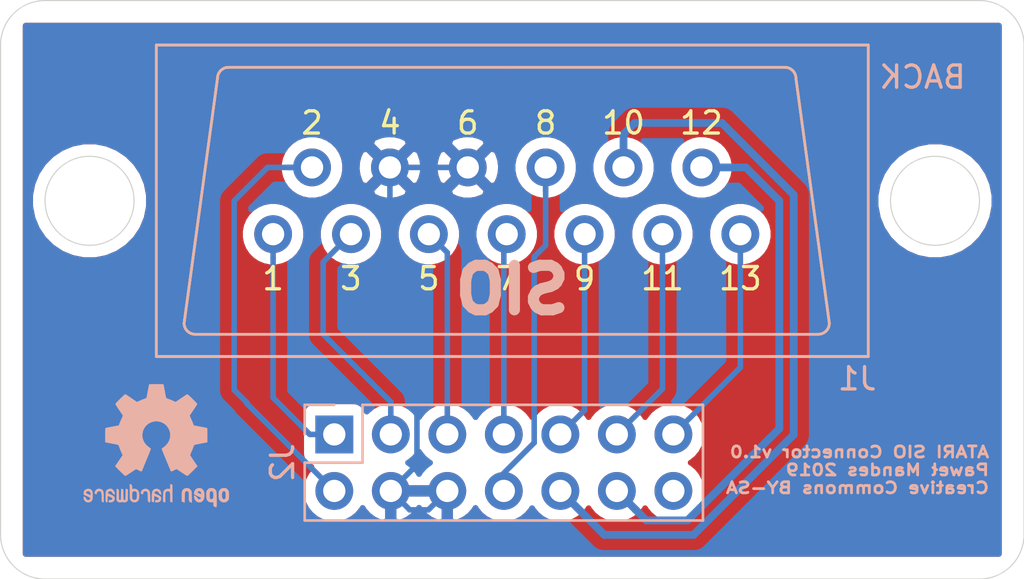
<source format=kicad_pcb>
(kicad_pcb (version 20171130) (host pcbnew "(5.1.4)-1")

  (general
    (thickness 1.6)
    (drawings 13)
    (tracks 54)
    (zones 0)
    (modules 3)
    (nets 13)
  )

  (page A4)
  (layers
    (0 F.Cu signal)
    (31 B.Cu signal)
    (32 B.Adhes user)
    (33 F.Adhes user)
    (34 B.Paste user)
    (35 F.Paste user)
    (36 B.SilkS user)
    (37 F.SilkS user)
    (38 B.Mask user)
    (39 F.Mask user)
    (40 Dwgs.User user)
    (41 Cmts.User user)
    (42 Eco1.User user)
    (43 Eco2.User user)
    (44 Edge.Cuts user)
    (45 Margin user)
    (46 B.CrtYd user hide)
    (47 F.CrtYd user hide)
    (48 B.Fab user hide)
    (49 F.Fab user hide)
  )

  (setup
    (last_trace_width 0.25)
    (trace_clearance 0.2)
    (zone_clearance 0.508)
    (zone_45_only no)
    (trace_min 0.2)
    (via_size 0.8)
    (via_drill 0.4)
    (via_min_size 0.4)
    (via_min_drill 0.3)
    (uvia_size 0.3)
    (uvia_drill 0.1)
    (uvias_allowed no)
    (uvia_min_size 0.2)
    (uvia_min_drill 0.1)
    (edge_width 0.05)
    (segment_width 0.2)
    (pcb_text_width 0.3)
    (pcb_text_size 1.5 1.5)
    (mod_edge_width 0.12)
    (mod_text_size 1 1)
    (mod_text_width 0.15)
    (pad_size 1.7 1.7)
    (pad_drill 1)
    (pad_to_mask_clearance 0.051)
    (solder_mask_min_width 0.25)
    (aux_axis_origin 0 0)
    (visible_elements 7FFFFFFF)
    (pcbplotparams
      (layerselection 0x00030_7ffffffe)
      (usegerberextensions false)
      (usegerberattributes false)
      (usegerberadvancedattributes false)
      (creategerberjobfile false)
      (excludeedgelayer true)
      (linewidth 0.100000)
      (plotframeref false)
      (viasonmask false)
      (mode 1)
      (useauxorigin false)
      (hpglpennumber 1)
      (hpglpenspeed 20)
      (hpglpendiameter 15.000000)
      (psnegative false)
      (psa4output false)
      (plotreference true)
      (plotvalue false)
      (plotinvisibletext false)
      (padsonsilk false)
      (subtractmaskfromsilk false)
      (outputformat 3)
      (mirror false)
      (drillshape 0)
      (scaleselection 1)
      (outputdirectory "C:/Users/pawel/OneDrive/Dokumenty/SIOSocket/gerber"))
  )

  (net 0 "")
  (net 1 "Net-(J1-Pad1)")
  (net 2 "Net-(J1-Pad2)")
  (net 3 "Net-(J1-Pad3)")
  (net 4 "Net-(J1-Pad5)")
  (net 5 "Net-(J1-Pad7)")
  (net 6 "Net-(J1-Pad8)")
  (net 7 "Net-(J1-Pad9)")
  (net 8 "Net-(J1-Pad11)")
  (net 9 "Net-(J1-Pad13)")
  (net 10 GND)
  (net 11 +5V)
  (net 12 +12V)

  (net_class Default "To jest domyślna klasa połączeń."
    (clearance 0.2)
    (trace_width 0.25)
    (via_dia 0.8)
    (via_drill 0.4)
    (uvia_dia 0.3)
    (uvia_drill 0.1)
    (add_net GND)
    (add_net "Net-(J1-Pad1)")
    (add_net "Net-(J1-Pad11)")
    (add_net "Net-(J1-Pad13)")
    (add_net "Net-(J1-Pad2)")
    (add_net "Net-(J1-Pad3)")
    (add_net "Net-(J1-Pad5)")
    (add_net "Net-(J1-Pad7)")
    (add_net "Net-(J1-Pad8)")
    (add_net "Net-(J1-Pad9)")
  )

  (net_class V ""
    (clearance 0.3)
    (trace_width 0.35)
    (via_dia 0.8)
    (via_drill 0.4)
    (uvia_dia 0.3)
    (uvia_drill 0.1)
    (diff_pair_width 0.3)
    (diff_pair_gap 0.35)
    (add_net +12V)
    (add_net +5V)
  )

  (module Connector_PinHeader_2.54mm:PinHeader_2x07_P2.54mm_Vertical (layer B.Cu) (tedit 59FED5CC) (tstamp 5DB519E3)
    (at 140 98.5 270)
    (descr "Through hole straight pin header, 2x07, 2.54mm pitch, double rows")
    (tags "Through hole pin header THT 2x07 2.54mm double row")
    (path /5DB82469)
    (fp_text reference J2 (at 1.27 2.33 270) (layer B.SilkS)
      (effects (font (size 1 1) (thickness 0.15)) (justify mirror))
    )
    (fp_text value Conn_2Rows-13Pins (at 1.27 -17.57 270) (layer B.Fab)
      (effects (font (size 1 1) (thickness 0.15)) (justify mirror))
    )
    (fp_line (start 0 1.27) (end 3.81 1.27) (layer B.Fab) (width 0.1))
    (fp_line (start 3.81 1.27) (end 3.81 -16.51) (layer B.Fab) (width 0.1))
    (fp_line (start 3.81 -16.51) (end -1.27 -16.51) (layer B.Fab) (width 0.1))
    (fp_line (start -1.27 -16.51) (end -1.27 0) (layer B.Fab) (width 0.1))
    (fp_line (start -1.27 0) (end 0 1.27) (layer B.Fab) (width 0.1))
    (fp_line (start -1.33 -16.57) (end 3.87 -16.57) (layer B.SilkS) (width 0.12))
    (fp_line (start -1.33 -1.27) (end -1.33 -16.57) (layer B.SilkS) (width 0.12))
    (fp_line (start 3.87 1.33) (end 3.87 -16.57) (layer B.SilkS) (width 0.12))
    (fp_line (start -1.33 -1.27) (end 1.27 -1.27) (layer B.SilkS) (width 0.12))
    (fp_line (start 1.27 -1.27) (end 1.27 1.33) (layer B.SilkS) (width 0.12))
    (fp_line (start 1.27 1.33) (end 3.87 1.33) (layer B.SilkS) (width 0.12))
    (fp_line (start -1.33 0) (end -1.33 1.33) (layer B.SilkS) (width 0.12))
    (fp_line (start -1.33 1.33) (end 0 1.33) (layer B.SilkS) (width 0.12))
    (fp_line (start -1.8 1.8) (end -1.8 -17.05) (layer B.CrtYd) (width 0.05))
    (fp_line (start -1.8 -17.05) (end 4.35 -17.05) (layer B.CrtYd) (width 0.05))
    (fp_line (start 4.35 -17.05) (end 4.35 1.8) (layer B.CrtYd) (width 0.05))
    (fp_line (start 4.35 1.8) (end -1.8 1.8) (layer B.CrtYd) (width 0.05))
    (fp_text user %R (at 1.27 -7.62) (layer B.Fab)
      (effects (font (size 1 1) (thickness 0.15)) (justify mirror))
    )
    (pad 1 thru_hole rect (at 0 0 270) (size 1.7 1.7) (drill 1) (layers *.Cu *.Mask)
      (net 1 "Net-(J1-Pad1)"))
    (pad 2 thru_hole oval (at 2.54 0 270) (size 1.7 1.7) (drill 1) (layers *.Cu *.Mask)
      (net 2 "Net-(J1-Pad2)"))
    (pad 3 thru_hole oval (at 0 -2.54 270) (size 1.7 1.7) (drill 1) (layers *.Cu *.Mask)
      (net 3 "Net-(J1-Pad3)"))
    (pad 4 thru_hole oval (at 2.54 -2.54 270) (size 1.7 1.7) (drill 1) (layers *.Cu *.Mask)
      (net 10 GND))
    (pad 5 thru_hole oval (at 0 -5.08 270) (size 1.7 1.7) (drill 1) (layers *.Cu *.Mask)
      (net 4 "Net-(J1-Pad5)"))
    (pad 6 thru_hole oval (at 2.54 -5.08 270) (size 1.7 1.7) (drill 1) (layers *.Cu *.Mask)
      (net 10 GND))
    (pad 7 thru_hole oval (at 0 -7.62 270) (size 1.7 1.7) (drill 1) (layers *.Cu *.Mask)
      (net 5 "Net-(J1-Pad7)"))
    (pad 8 thru_hole oval (at 2.54 -7.62 270) (size 1.7 1.7) (drill 1) (layers *.Cu *.Mask)
      (net 6 "Net-(J1-Pad8)"))
    (pad 9 thru_hole oval (at 0 -10.16 270) (size 1.7 1.7) (drill 1) (layers *.Cu *.Mask)
      (net 7 "Net-(J1-Pad9)"))
    (pad 10 thru_hole oval (at 2.54 -10.16 270) (size 1.7 1.7) (drill 1) (layers *.Cu *.Mask)
      (net 11 +5V))
    (pad 11 thru_hole oval (at 0 -12.7 270) (size 1.7 1.7) (drill 1) (layers *.Cu *.Mask)
      (net 8 "Net-(J1-Pad11)"))
    (pad 12 thru_hole oval (at 2.54 -12.7 270) (size 1.7 1.7) (drill 1) (layers *.Cu *.Mask)
      (net 12 +12V))
    (pad 13 thru_hole oval (at 0 -15.24 270) (size 1.7 1.7) (drill 1) (layers *.Cu *.Mask)
      (net 9 "Net-(J1-Pad13)"))
    (pad 14 thru_hole oval (at 2.54 -15.24 270) (size 1.7 1.7) (drill 1) (layers *.Cu *.Mask))
    (model ${KISYS3DMOD}/Connector_PinHeader_2.54mm.3dshapes/PinHeader_2x07_P2.54mm_Vertical.wrl
      (at (xyz 0 0 0))
      (scale (xyz 1 1 1))
      (rotate (xyz 0 0 0))
    )
  )

  (module Symbol:OSHW-Logo2_7.3x6mm_SilkScreen (layer B.Cu) (tedit 0) (tstamp 5DB52112)
    (at 132 99 180)
    (descr "Open Source Hardware Symbol")
    (tags "Logo Symbol OSHW")
    (attr virtual)
    (fp_text reference REF** (at 0 0) (layer B.SilkS) hide
      (effects (font (size 1 1) (thickness 0.15)) (justify mirror))
    )
    (fp_text value OSHW-Logo2_7.3x6mm_SilkScreen (at 0.75 0) (layer B.Fab) hide
      (effects (font (size 1 1) (thickness 0.15)) (justify mirror))
    )
    (fp_poly (pts (xy 0.10391 2.757652) (xy 0.182454 2.757222) (xy 0.239298 2.756058) (xy 0.278105 2.753793)
      (xy 0.302538 2.75006) (xy 0.316262 2.744494) (xy 0.32294 2.736727) (xy 0.326236 2.726395)
      (xy 0.326556 2.725057) (xy 0.331562 2.700921) (xy 0.340829 2.653299) (xy 0.353392 2.587259)
      (xy 0.368287 2.507872) (xy 0.384551 2.420204) (xy 0.385119 2.417125) (xy 0.40141 2.331211)
      (xy 0.416652 2.255304) (xy 0.429861 2.193955) (xy 0.440054 2.151718) (xy 0.446248 2.133145)
      (xy 0.446543 2.132816) (xy 0.464788 2.123747) (xy 0.502405 2.108633) (xy 0.551271 2.090738)
      (xy 0.551543 2.090642) (xy 0.613093 2.067507) (xy 0.685657 2.038035) (xy 0.754057 2.008403)
      (xy 0.757294 2.006938) (xy 0.868702 1.956374) (xy 1.115399 2.12484) (xy 1.191077 2.176197)
      (xy 1.259631 2.222111) (xy 1.317088 2.25997) (xy 1.359476 2.287163) (xy 1.382825 2.301079)
      (xy 1.385042 2.302111) (xy 1.40201 2.297516) (xy 1.433701 2.275345) (xy 1.481352 2.234553)
      (xy 1.546198 2.174095) (xy 1.612397 2.109773) (xy 1.676214 2.046388) (xy 1.733329 1.988549)
      (xy 1.780305 1.939825) (xy 1.813703 1.90379) (xy 1.830085 1.884016) (xy 1.830694 1.882998)
      (xy 1.832505 1.869428) (xy 1.825683 1.847267) (xy 1.80854 1.813522) (xy 1.779393 1.7652)
      (xy 1.736555 1.699308) (xy 1.679448 1.614483) (xy 1.628766 1.539823) (xy 1.583461 1.47286)
      (xy 1.54615 1.417484) (xy 1.519452 1.37758) (xy 1.505985 1.357038) (xy 1.505137 1.355644)
      (xy 1.506781 1.335962) (xy 1.519245 1.297707) (xy 1.540048 1.248111) (xy 1.547462 1.232272)
      (xy 1.579814 1.16171) (xy 1.614328 1.081647) (xy 1.642365 1.012371) (xy 1.662568 0.960955)
      (xy 1.678615 0.921881) (xy 1.687888 0.901459) (xy 1.689041 0.899886) (xy 1.706096 0.897279)
      (xy 1.746298 0.890137) (xy 1.804302 0.879477) (xy 1.874763 0.866315) (xy 1.952335 0.851667)
      (xy 2.031672 0.836551) (xy 2.107431 0.821982) (xy 2.174264 0.808978) (xy 2.226828 0.798555)
      (xy 2.259776 0.79173) (xy 2.267857 0.789801) (xy 2.276205 0.785038) (xy 2.282506 0.774282)
      (xy 2.287045 0.753902) (xy 2.290104 0.720266) (xy 2.291967 0.669745) (xy 2.292918 0.598708)
      (xy 2.29324 0.503524) (xy 2.293257 0.464508) (xy 2.293257 0.147201) (xy 2.217057 0.132161)
      (xy 2.174663 0.124005) (xy 2.1114 0.112101) (xy 2.034962 0.097884) (xy 1.953043 0.08279)
      (xy 1.9304 0.078645) (xy 1.854806 0.063947) (xy 1.788953 0.049495) (xy 1.738366 0.036625)
      (xy 1.708574 0.026678) (xy 1.703612 0.023713) (xy 1.691426 0.002717) (xy 1.673953 -0.037967)
      (xy 1.654577 -0.090322) (xy 1.650734 -0.1016) (xy 1.625339 -0.171523) (xy 1.593817 -0.250418)
      (xy 1.562969 -0.321266) (xy 1.562817 -0.321595) (xy 1.511447 -0.432733) (xy 1.680399 -0.681253)
      (xy 1.849352 -0.929772) (xy 1.632429 -1.147058) (xy 1.566819 -1.211726) (xy 1.506979 -1.268733)
      (xy 1.456267 -1.315033) (xy 1.418046 -1.347584) (xy 1.395675 -1.363343) (xy 1.392466 -1.364343)
      (xy 1.373626 -1.356469) (xy 1.33518 -1.334578) (xy 1.28133 -1.301267) (xy 1.216276 -1.259131)
      (xy 1.14594 -1.211943) (xy 1.074555 -1.16381) (xy 1.010908 -1.121928) (xy 0.959041 -1.088871)
      (xy 0.922995 -1.067218) (xy 0.906867 -1.059543) (xy 0.887189 -1.066037) (xy 0.849875 -1.08315)
      (xy 0.802621 -1.107326) (xy 0.797612 -1.110013) (xy 0.733977 -1.141927) (xy 0.690341 -1.157579)
      (xy 0.663202 -1.157745) (xy 0.649057 -1.143204) (xy 0.648975 -1.143) (xy 0.641905 -1.125779)
      (xy 0.625042 -1.084899) (xy 0.599695 -1.023525) (xy 0.567171 -0.944819) (xy 0.528778 -0.851947)
      (xy 0.485822 -0.748072) (xy 0.444222 -0.647502) (xy 0.398504 -0.536516) (xy 0.356526 -0.433703)
      (xy 0.319548 -0.342215) (xy 0.288827 -0.265201) (xy 0.265622 -0.205815) (xy 0.25119 -0.167209)
      (xy 0.246743 -0.1528) (xy 0.257896 -0.136272) (xy 0.287069 -0.10993) (xy 0.325971 -0.080887)
      (xy 0.436757 0.010961) (xy 0.523351 0.116241) (xy 0.584716 0.232734) (xy 0.619815 0.358224)
      (xy 0.627608 0.490493) (xy 0.621943 0.551543) (xy 0.591078 0.678205) (xy 0.53792 0.790059)
      (xy 0.465767 0.885999) (xy 0.377917 0.964924) (xy 0.277665 1.02573) (xy 0.16831 1.067313)
      (xy 0.053147 1.088572) (xy -0.064525 1.088401) (xy -0.18141 1.065699) (xy -0.294211 1.019362)
      (xy -0.399631 0.948287) (xy -0.443632 0.908089) (xy -0.528021 0.804871) (xy -0.586778 0.692075)
      (xy -0.620296 0.57299) (xy -0.628965 0.450905) (xy -0.613177 0.329107) (xy -0.573322 0.210884)
      (xy -0.509793 0.099525) (xy -0.422979 -0.001684) (xy -0.325971 -0.080887) (xy -0.285563 -0.111162)
      (xy -0.257018 -0.137219) (xy -0.246743 -0.152825) (xy -0.252123 -0.169843) (xy -0.267425 -0.2105)
      (xy -0.291388 -0.271642) (xy -0.322756 -0.350119) (xy -0.360268 -0.44278) (xy -0.402667 -0.546472)
      (xy -0.444337 -0.647526) (xy -0.49031 -0.758607) (xy -0.532893 -0.861541) (xy -0.570779 -0.953165)
      (xy -0.60266 -1.030316) (xy -0.627229 -1.089831) (xy -0.64318 -1.128544) (xy -0.64909 -1.143)
      (xy -0.663052 -1.157685) (xy -0.69006 -1.157642) (xy -0.733587 -1.142099) (xy -0.79711 -1.110284)
      (xy -0.797612 -1.110013) (xy -0.84544 -1.085323) (xy -0.884103 -1.067338) (xy -0.905905 -1.059614)
      (xy -0.906867 -1.059543) (xy -0.923279 -1.067378) (xy -0.959513 -1.089165) (xy -1.011526 -1.122328)
      (xy -1.075275 -1.164291) (xy -1.14594 -1.211943) (xy -1.217884 -1.260191) (xy -1.282726 -1.302151)
      (xy -1.336265 -1.335227) (xy -1.374303 -1.356821) (xy -1.392467 -1.364343) (xy -1.409192 -1.354457)
      (xy -1.44282 -1.326826) (xy -1.48999 -1.284495) (xy -1.547342 -1.230505) (xy -1.611516 -1.167899)
      (xy -1.632503 -1.146983) (xy -1.849501 -0.929623) (xy -1.684332 -0.68722) (xy -1.634136 -0.612781)
      (xy -1.590081 -0.545972) (xy -1.554638 -0.490665) (xy -1.530281 -0.450729) (xy -1.519478 -0.430036)
      (xy -1.519162 -0.428563) (xy -1.524857 -0.409058) (xy -1.540174 -0.369822) (xy -1.562463 -0.31743)
      (xy -1.578107 -0.282355) (xy -1.607359 -0.215201) (xy -1.634906 -0.147358) (xy -1.656263 -0.090034)
      (xy -1.662065 -0.072572) (xy -1.678548 -0.025938) (xy -1.69466 0.010095) (xy -1.70351 0.023713)
      (xy -1.72304 0.032048) (xy -1.765666 0.043863) (xy -1.825855 0.057819) (xy -1.898078 0.072578)
      (xy -1.9304 0.078645) (xy -2.012478 0.093727) (xy -2.091205 0.108331) (xy -2.158891 0.12102)
      (xy -2.20784 0.130358) (xy -2.217057 0.132161) (xy -2.293257 0.147201) (xy -2.293257 0.464508)
      (xy -2.293086 0.568846) (xy -2.292384 0.647787) (xy -2.290866 0.704962) (xy -2.288251 0.744001)
      (xy -2.284254 0.768535) (xy -2.278591 0.782195) (xy -2.27098 0.788611) (xy -2.267857 0.789801)
      (xy -2.249022 0.79402) (xy -2.207412 0.802438) (xy -2.14837 0.814039) (xy -2.077243 0.827805)
      (xy -1.999375 0.84272) (xy -1.920113 0.857768) (xy -1.844802 0.871931) (xy -1.778787 0.884194)
      (xy -1.727413 0.893539) (xy -1.696025 0.89895) (xy -1.689041 0.899886) (xy -1.682715 0.912404)
      (xy -1.66871 0.945754) (xy -1.649645 0.993623) (xy -1.642366 1.012371) (xy -1.613004 1.084805)
      (xy -1.578429 1.16483) (xy -1.547463 1.232272) (xy -1.524677 1.283841) (xy -1.509518 1.326215)
      (xy -1.504458 1.352166) (xy -1.505264 1.355644) (xy -1.515959 1.372064) (xy -1.54038 1.408583)
      (xy -1.575905 1.461313) (xy -1.619913 1.526365) (xy -1.669783 1.599849) (xy -1.679644 1.614355)
      (xy -1.737508 1.700296) (xy -1.780044 1.765739) (xy -1.808946 1.813696) (xy -1.82591 1.84718)
      (xy -1.832633 1.869205) (xy -1.83081 1.882783) (xy -1.830764 1.882869) (xy -1.816414 1.900703)
      (xy -1.784677 1.935183) (xy -1.73899 1.982732) (xy -1.682796 2.039778) (xy -1.619532 2.102745)
      (xy -1.612398 2.109773) (xy -1.53267 2.18698) (xy -1.471143 2.24367) (xy -1.426579 2.28089)
      (xy -1.397743 2.299685) (xy -1.385042 2.302111) (xy -1.366506 2.291529) (xy -1.328039 2.267084)
      (xy -1.273614 2.231388) (xy -1.207202 2.187053) (xy -1.132775 2.136689) (xy -1.115399 2.12484)
      (xy -0.868703 1.956374) (xy -0.757294 2.006938) (xy -0.689543 2.036405) (xy -0.616817 2.066041)
      (xy -0.554297 2.08967) (xy -0.551543 2.090642) (xy -0.50264 2.108543) (xy -0.464943 2.12368)
      (xy -0.446575 2.13279) (xy -0.446544 2.132816) (xy -0.440715 2.149283) (xy -0.430808 2.189781)
      (xy -0.417805 2.249758) (xy -0.402691 2.32466) (xy -0.386448 2.409936) (xy -0.385119 2.417125)
      (xy -0.368825 2.504986) (xy -0.353867 2.58474) (xy -0.341209 2.651319) (xy -0.331814 2.699653)
      (xy -0.326646 2.724675) (xy -0.326556 2.725057) (xy -0.323411 2.735701) (xy -0.317296 2.743738)
      (xy -0.304547 2.749533) (xy -0.2815 2.753453) (xy -0.244491 2.755865) (xy -0.189856 2.757135)
      (xy -0.113933 2.757629) (xy -0.013056 2.757714) (xy 0 2.757714) (xy 0.10391 2.757652)) (layer B.SilkS) (width 0.01))
    (fp_poly (pts (xy 3.153595 -1.966966) (xy 3.211021 -2.004497) (xy 3.238719 -2.038096) (xy 3.260662 -2.099064)
      (xy 3.262405 -2.147308) (xy 3.258457 -2.211816) (xy 3.109686 -2.276934) (xy 3.037349 -2.310202)
      (xy 2.990084 -2.336964) (xy 2.965507 -2.360144) (xy 2.961237 -2.382667) (xy 2.974889 -2.407455)
      (xy 2.989943 -2.423886) (xy 3.033746 -2.450235) (xy 3.081389 -2.452081) (xy 3.125145 -2.431546)
      (xy 3.157289 -2.390752) (xy 3.163038 -2.376347) (xy 3.190576 -2.331356) (xy 3.222258 -2.312182)
      (xy 3.265714 -2.295779) (xy 3.265714 -2.357966) (xy 3.261872 -2.400283) (xy 3.246823 -2.435969)
      (xy 3.21528 -2.476943) (xy 3.210592 -2.482267) (xy 3.175506 -2.51872) (xy 3.145347 -2.538283)
      (xy 3.107615 -2.547283) (xy 3.076335 -2.55023) (xy 3.020385 -2.550965) (xy 2.980555 -2.54166)
      (xy 2.955708 -2.527846) (xy 2.916656 -2.497467) (xy 2.889625 -2.464613) (xy 2.872517 -2.423294)
      (xy 2.863238 -2.367521) (xy 2.859693 -2.291305) (xy 2.85941 -2.252622) (xy 2.860372 -2.206247)
      (xy 2.948007 -2.206247) (xy 2.949023 -2.231126) (xy 2.951556 -2.2352) (xy 2.968274 -2.229665)
      (xy 3.004249 -2.215017) (xy 3.052331 -2.19419) (xy 3.062386 -2.189714) (xy 3.123152 -2.158814)
      (xy 3.156632 -2.131657) (xy 3.16399 -2.10622) (xy 3.146391 -2.080481) (xy 3.131856 -2.069109)
      (xy 3.07941 -2.046364) (xy 3.030322 -2.050122) (xy 2.989227 -2.077884) (xy 2.960758 -2.127152)
      (xy 2.951631 -2.166257) (xy 2.948007 -2.206247) (xy 2.860372 -2.206247) (xy 2.861285 -2.162249)
      (xy 2.868196 -2.095384) (xy 2.881884 -2.046695) (xy 2.904096 -2.010849) (xy 2.936574 -1.982513)
      (xy 2.950733 -1.973355) (xy 3.015053 -1.949507) (xy 3.085473 -1.948006) (xy 3.153595 -1.966966)) (layer B.SilkS) (width 0.01))
    (fp_poly (pts (xy 2.6526 -1.958752) (xy 2.669948 -1.966334) (xy 2.711356 -1.999128) (xy 2.746765 -2.046547)
      (xy 2.768664 -2.097151) (xy 2.772229 -2.122098) (xy 2.760279 -2.156927) (xy 2.734067 -2.175357)
      (xy 2.705964 -2.186516) (xy 2.693095 -2.188572) (xy 2.686829 -2.173649) (xy 2.674456 -2.141175)
      (xy 2.669028 -2.126502) (xy 2.63859 -2.075744) (xy 2.59452 -2.050427) (xy 2.53801 -2.051206)
      (xy 2.533825 -2.052203) (xy 2.503655 -2.066507) (xy 2.481476 -2.094393) (xy 2.466327 -2.139287)
      (xy 2.45725 -2.204615) (xy 2.453286 -2.293804) (xy 2.452914 -2.341261) (xy 2.45273 -2.416071)
      (xy 2.451522 -2.467069) (xy 2.448309 -2.499471) (xy 2.442109 -2.518495) (xy 2.43194 -2.529356)
      (xy 2.416819 -2.537272) (xy 2.415946 -2.53767) (xy 2.386828 -2.549981) (xy 2.372403 -2.554514)
      (xy 2.370186 -2.540809) (xy 2.368289 -2.502925) (xy 2.366847 -2.445715) (xy 2.365998 -2.374027)
      (xy 2.365829 -2.321565) (xy 2.366692 -2.220047) (xy 2.37007 -2.143032) (xy 2.377142 -2.086023)
      (xy 2.389088 -2.044526) (xy 2.40709 -2.014043) (xy 2.432327 -1.99008) (xy 2.457247 -1.973355)
      (xy 2.517171 -1.951097) (xy 2.586911 -1.946076) (xy 2.6526 -1.958752)) (layer B.SilkS) (width 0.01))
    (fp_poly (pts (xy 2.144876 -1.956335) (xy 2.186667 -1.975344) (xy 2.219469 -1.998378) (xy 2.243503 -2.024133)
      (xy 2.260097 -2.057358) (xy 2.270577 -2.1028) (xy 2.276271 -2.165207) (xy 2.278507 -2.249327)
      (xy 2.278743 -2.304721) (xy 2.278743 -2.520826) (xy 2.241774 -2.53767) (xy 2.212656 -2.549981)
      (xy 2.198231 -2.554514) (xy 2.195472 -2.541025) (xy 2.193282 -2.504653) (xy 2.191942 -2.451542)
      (xy 2.191657 -2.409372) (xy 2.190434 -2.348447) (xy 2.187136 -2.300115) (xy 2.182321 -2.270518)
      (xy 2.178496 -2.264229) (xy 2.152783 -2.270652) (xy 2.112418 -2.287125) (xy 2.065679 -2.309458)
      (xy 2.020845 -2.333457) (xy 1.986193 -2.35493) (xy 1.970002 -2.369685) (xy 1.969938 -2.369845)
      (xy 1.97133 -2.397152) (xy 1.983818 -2.423219) (xy 2.005743 -2.444392) (xy 2.037743 -2.451474)
      (xy 2.065092 -2.450649) (xy 2.103826 -2.450042) (xy 2.124158 -2.459116) (xy 2.136369 -2.483092)
      (xy 2.137909 -2.487613) (xy 2.143203 -2.521806) (xy 2.129047 -2.542568) (xy 2.092148 -2.552462)
      (xy 2.052289 -2.554292) (xy 1.980562 -2.540727) (xy 1.943432 -2.521355) (xy 1.897576 -2.475845)
      (xy 1.873256 -2.419983) (xy 1.871073 -2.360957) (xy 1.891629 -2.305953) (xy 1.922549 -2.271486)
      (xy 1.95342 -2.252189) (xy 2.001942 -2.227759) (xy 2.058485 -2.202985) (xy 2.06791 -2.199199)
      (xy 2.130019 -2.171791) (xy 2.165822 -2.147634) (xy 2.177337 -2.123619) (xy 2.16658 -2.096635)
      (xy 2.148114 -2.075543) (xy 2.104469 -2.049572) (xy 2.056446 -2.047624) (xy 2.012406 -2.067637)
      (xy 1.980709 -2.107551) (xy 1.976549 -2.117848) (xy 1.952327 -2.155724) (xy 1.916965 -2.183842)
      (xy 1.872343 -2.206917) (xy 1.872343 -2.141485) (xy 1.874969 -2.101506) (xy 1.88623 -2.069997)
      (xy 1.911199 -2.036378) (xy 1.935169 -2.010484) (xy 1.972441 -1.973817) (xy 2.001401 -1.954121)
      (xy 2.032505 -1.94622) (xy 2.067713 -1.944914) (xy 2.144876 -1.956335)) (layer B.SilkS) (width 0.01))
    (fp_poly (pts (xy 1.779833 -1.958663) (xy 1.782048 -1.99685) (xy 1.783784 -2.054886) (xy 1.784899 -2.12818)
      (xy 1.785257 -2.205055) (xy 1.785257 -2.465196) (xy 1.739326 -2.511127) (xy 1.707675 -2.539429)
      (xy 1.67989 -2.550893) (xy 1.641915 -2.550168) (xy 1.62684 -2.548321) (xy 1.579726 -2.542948)
      (xy 1.540756 -2.539869) (xy 1.531257 -2.539585) (xy 1.499233 -2.541445) (xy 1.453432 -2.546114)
      (xy 1.435674 -2.548321) (xy 1.392057 -2.551735) (xy 1.362745 -2.54432) (xy 1.33368 -2.521427)
      (xy 1.323188 -2.511127) (xy 1.277257 -2.465196) (xy 1.277257 -1.978602) (xy 1.314226 -1.961758)
      (xy 1.346059 -1.949282) (xy 1.364683 -1.944914) (xy 1.369458 -1.958718) (xy 1.373921 -1.997286)
      (xy 1.377775 -2.056356) (xy 1.380722 -2.131663) (xy 1.382143 -2.195286) (xy 1.386114 -2.445657)
      (xy 1.420759 -2.450556) (xy 1.452268 -2.447131) (xy 1.467708 -2.436041) (xy 1.472023 -2.415308)
      (xy 1.475708 -2.371145) (xy 1.478469 -2.309146) (xy 1.480012 -2.234909) (xy 1.480235 -2.196706)
      (xy 1.480457 -1.976783) (xy 1.526166 -1.960849) (xy 1.558518 -1.950015) (xy 1.576115 -1.944962)
      (xy 1.576623 -1.944914) (xy 1.578388 -1.958648) (xy 1.580329 -1.99673) (xy 1.582282 -2.054482)
      (xy 1.584084 -2.127227) (xy 1.585343 -2.195286) (xy 1.589314 -2.445657) (xy 1.6764 -2.445657)
      (xy 1.680396 -2.21724) (xy 1.684392 -1.988822) (xy 1.726847 -1.966868) (xy 1.758192 -1.951793)
      (xy 1.776744 -1.944951) (xy 1.777279 -1.944914) (xy 1.779833 -1.958663)) (layer B.SilkS) (width 0.01))
    (fp_poly (pts (xy 1.190117 -2.065358) (xy 1.189933 -2.173837) (xy 1.189219 -2.257287) (xy 1.187675 -2.319704)
      (xy 1.185001 -2.365085) (xy 1.180894 -2.397429) (xy 1.175055 -2.420733) (xy 1.167182 -2.438995)
      (xy 1.161221 -2.449418) (xy 1.111855 -2.505945) (xy 1.049264 -2.541377) (xy 0.980013 -2.55409)
      (xy 0.910668 -2.542463) (xy 0.869375 -2.521568) (xy 0.826025 -2.485422) (xy 0.796481 -2.441276)
      (xy 0.778655 -2.383462) (xy 0.770463 -2.306313) (xy 0.769302 -2.249714) (xy 0.769458 -2.245647)
      (xy 0.870857 -2.245647) (xy 0.871476 -2.31055) (xy 0.874314 -2.353514) (xy 0.88084 -2.381622)
      (xy 0.892523 -2.401953) (xy 0.906483 -2.417288) (xy 0.953365 -2.44689) (xy 1.003701 -2.449419)
      (xy 1.051276 -2.424705) (xy 1.054979 -2.421356) (xy 1.070783 -2.403935) (xy 1.080693 -2.383209)
      (xy 1.086058 -2.352362) (xy 1.088228 -2.304577) (xy 1.088571 -2.251748) (xy 1.087827 -2.185381)
      (xy 1.084748 -2.141106) (xy 1.078061 -2.112009) (xy 1.066496 -2.091173) (xy 1.057013 -2.080107)
      (xy 1.01296 -2.052198) (xy 0.962224 -2.048843) (xy 0.913796 -2.070159) (xy 0.90445 -2.078073)
      (xy 0.88854 -2.095647) (xy 0.87861 -2.116587) (xy 0.873278 -2.147782) (xy 0.871163 -2.196122)
      (xy 0.870857 -2.245647) (xy 0.769458 -2.245647) (xy 0.77281 -2.158568) (xy 0.784726 -2.090086)
      (xy 0.807135 -2.0386) (xy 0.842124 -1.998443) (xy 0.869375 -1.977861) (xy 0.918907 -1.955625)
      (xy 0.976316 -1.945304) (xy 1.029682 -1.948067) (xy 1.059543 -1.959212) (xy 1.071261 -1.962383)
      (xy 1.079037 -1.950557) (xy 1.084465 -1.918866) (xy 1.088571 -1.870593) (xy 1.093067 -1.816829)
      (xy 1.099313 -1.784482) (xy 1.110676 -1.765985) (xy 1.130528 -1.75377) (xy 1.143 -1.748362)
      (xy 1.190171 -1.728601) (xy 1.190117 -2.065358)) (layer B.SilkS) (width 0.01))
    (fp_poly (pts (xy 0.529926 -1.949755) (xy 0.595858 -1.974084) (xy 0.649273 -2.017117) (xy 0.670164 -2.047409)
      (xy 0.692939 -2.102994) (xy 0.692466 -2.143186) (xy 0.668562 -2.170217) (xy 0.659717 -2.174813)
      (xy 0.62153 -2.189144) (xy 0.602028 -2.185472) (xy 0.595422 -2.161407) (xy 0.595086 -2.148114)
      (xy 0.582992 -2.09921) (xy 0.551471 -2.064999) (xy 0.507659 -2.048476) (xy 0.458695 -2.052634)
      (xy 0.418894 -2.074227) (xy 0.40545 -2.086544) (xy 0.395921 -2.101487) (xy 0.389485 -2.124075)
      (xy 0.385317 -2.159328) (xy 0.382597 -2.212266) (xy 0.380502 -2.287907) (xy 0.37996 -2.311857)
      (xy 0.377981 -2.39379) (xy 0.375731 -2.451455) (xy 0.372357 -2.489608) (xy 0.367006 -2.513004)
      (xy 0.358824 -2.526398) (xy 0.346959 -2.534545) (xy 0.339362 -2.538144) (xy 0.307102 -2.550452)
      (xy 0.288111 -2.554514) (xy 0.281836 -2.540948) (xy 0.278006 -2.499934) (xy 0.2766 -2.430999)
      (xy 0.277598 -2.333669) (xy 0.277908 -2.318657) (xy 0.280101 -2.229859) (xy 0.282693 -2.165019)
      (xy 0.286382 -2.119067) (xy 0.291864 -2.086935) (xy 0.299835 -2.063553) (xy 0.310993 -2.043852)
      (xy 0.31683 -2.03541) (xy 0.350296 -1.998057) (xy 0.387727 -1.969003) (xy 0.392309 -1.966467)
      (xy 0.459426 -1.946443) (xy 0.529926 -1.949755)) (layer B.SilkS) (width 0.01))
    (fp_poly (pts (xy 0.039744 -1.950968) (xy 0.096616 -1.972087) (xy 0.097267 -1.972493) (xy 0.13244 -1.99838)
      (xy 0.158407 -2.028633) (xy 0.17667 -2.068058) (xy 0.188732 -2.121462) (xy 0.196096 -2.193651)
      (xy 0.200264 -2.289432) (xy 0.200629 -2.303078) (xy 0.205876 -2.508842) (xy 0.161716 -2.531678)
      (xy 0.129763 -2.54711) (xy 0.11047 -2.554423) (xy 0.109578 -2.554514) (xy 0.106239 -2.541022)
      (xy 0.103587 -2.504626) (xy 0.101956 -2.451452) (xy 0.1016 -2.408393) (xy 0.101592 -2.338641)
      (xy 0.098403 -2.294837) (xy 0.087288 -2.273944) (xy 0.063501 -2.272925) (xy 0.022296 -2.288741)
      (xy -0.039914 -2.317815) (xy -0.085659 -2.341963) (xy -0.109187 -2.362913) (xy -0.116104 -2.385747)
      (xy -0.116114 -2.386877) (xy -0.104701 -2.426212) (xy -0.070908 -2.447462) (xy -0.019191 -2.450539)
      (xy 0.018061 -2.450006) (xy 0.037703 -2.460735) (xy 0.049952 -2.486505) (xy 0.057002 -2.519337)
      (xy 0.046842 -2.537966) (xy 0.043017 -2.540632) (xy 0.007001 -2.55134) (xy -0.043434 -2.552856)
      (xy -0.095374 -2.545759) (xy -0.132178 -2.532788) (xy -0.183062 -2.489585) (xy -0.211986 -2.429446)
      (xy -0.217714 -2.382462) (xy -0.213343 -2.340082) (xy -0.197525 -2.305488) (xy -0.166203 -2.274763)
      (xy -0.115322 -2.24399) (xy -0.040824 -2.209252) (xy -0.036286 -2.207288) (xy 0.030821 -2.176287)
      (xy 0.072232 -2.150862) (xy 0.089981 -2.128014) (xy 0.086107 -2.104745) (xy 0.062643 -2.078056)
      (xy 0.055627 -2.071914) (xy 0.00863 -2.0481) (xy -0.040067 -2.049103) (xy -0.082478 -2.072451)
      (xy -0.110616 -2.115675) (xy -0.113231 -2.12416) (xy -0.138692 -2.165308) (xy -0.170999 -2.185128)
      (xy -0.217714 -2.20477) (xy -0.217714 -2.15395) (xy -0.203504 -2.080082) (xy -0.161325 -2.012327)
      (xy -0.139376 -1.989661) (xy -0.089483 -1.960569) (xy -0.026033 -1.9474) (xy 0.039744 -1.950968)) (layer B.SilkS) (width 0.01))
    (fp_poly (pts (xy -0.624114 -1.851289) (xy -0.619861 -1.910613) (xy -0.614975 -1.945572) (xy -0.608205 -1.96082)
      (xy -0.598298 -1.961015) (xy -0.595086 -1.959195) (xy -0.552356 -1.946015) (xy -0.496773 -1.946785)
      (xy -0.440263 -1.960333) (xy -0.404918 -1.977861) (xy -0.368679 -2.005861) (xy -0.342187 -2.037549)
      (xy -0.324001 -2.077813) (xy -0.312678 -2.131543) (xy -0.306778 -2.203626) (xy -0.304857 -2.298951)
      (xy -0.304823 -2.317237) (xy -0.3048 -2.522646) (xy -0.350509 -2.53858) (xy -0.382973 -2.54942)
      (xy -0.400785 -2.554468) (xy -0.401309 -2.554514) (xy -0.403063 -2.540828) (xy -0.404556 -2.503076)
      (xy -0.405674 -2.446224) (xy -0.406303 -2.375234) (xy -0.4064 -2.332073) (xy -0.406602 -2.246973)
      (xy -0.407642 -2.185981) (xy -0.410169 -2.144177) (xy -0.414836 -2.116642) (xy -0.422293 -2.098456)
      (xy -0.433189 -2.084698) (xy -0.439993 -2.078073) (xy -0.486728 -2.051375) (xy -0.537728 -2.049375)
      (xy -0.583999 -2.071955) (xy -0.592556 -2.080107) (xy -0.605107 -2.095436) (xy -0.613812 -2.113618)
      (xy -0.619369 -2.139909) (xy -0.622474 -2.179562) (xy -0.623824 -2.237832) (xy -0.624114 -2.318173)
      (xy -0.624114 -2.522646) (xy -0.669823 -2.53858) (xy -0.702287 -2.54942) (xy -0.720099 -2.554468)
      (xy -0.720623 -2.554514) (xy -0.721963 -2.540623) (xy -0.723172 -2.501439) (xy -0.724199 -2.4407)
      (xy -0.724998 -2.362141) (xy -0.725519 -2.269498) (xy -0.725714 -2.166509) (xy -0.725714 -1.769342)
      (xy -0.678543 -1.749444) (xy -0.631371 -1.729547) (xy -0.624114 -1.851289)) (layer B.SilkS) (width 0.01))
    (fp_poly (pts (xy -1.831697 -1.931239) (xy -1.774473 -1.969735) (xy -1.730251 -2.025335) (xy -1.703833 -2.096086)
      (xy -1.69849 -2.148162) (xy -1.699097 -2.169893) (xy -1.704178 -2.186531) (xy -1.718145 -2.201437)
      (xy -1.745411 -2.217973) (xy -1.790388 -2.239498) (xy -1.857489 -2.269374) (xy -1.857829 -2.269524)
      (xy -1.919593 -2.297813) (xy -1.970241 -2.322933) (xy -2.004596 -2.342179) (xy -2.017482 -2.352848)
      (xy -2.017486 -2.352934) (xy -2.006128 -2.376166) (xy -1.979569 -2.401774) (xy -1.949077 -2.420221)
      (xy -1.93363 -2.423886) (xy -1.891485 -2.411212) (xy -1.855192 -2.379471) (xy -1.837483 -2.344572)
      (xy -1.820448 -2.318845) (xy -1.787078 -2.289546) (xy -1.747851 -2.264235) (xy -1.713244 -2.250471)
      (xy -1.706007 -2.249714) (xy -1.697861 -2.26216) (xy -1.69737 -2.293972) (xy -1.703357 -2.336866)
      (xy -1.714643 -2.382558) (xy -1.73005 -2.422761) (xy -1.730829 -2.424322) (xy -1.777196 -2.489062)
      (xy -1.837289 -2.533097) (xy -1.905535 -2.554711) (xy -1.976362 -2.552185) (xy -2.044196 -2.523804)
      (xy -2.047212 -2.521808) (xy -2.100573 -2.473448) (xy -2.13566 -2.410352) (xy -2.155078 -2.327387)
      (xy -2.157684 -2.304078) (xy -2.162299 -2.194055) (xy -2.156767 -2.142748) (xy -2.017486 -2.142748)
      (xy -2.015676 -2.174753) (xy -2.005778 -2.184093) (xy -1.981102 -2.177105) (xy -1.942205 -2.160587)
      (xy -1.898725 -2.139881) (xy -1.897644 -2.139333) (xy -1.860791 -2.119949) (xy -1.846 -2.107013)
      (xy -1.849647 -2.093451) (xy -1.865005 -2.075632) (xy -1.904077 -2.049845) (xy -1.946154 -2.04795)
      (xy -1.983897 -2.066717) (xy -2.009966 -2.102915) (xy -2.017486 -2.142748) (xy -2.156767 -2.142748)
      (xy -2.152806 -2.106027) (xy -2.12845 -2.036212) (xy -2.094544 -1.987302) (xy -2.033347 -1.937878)
      (xy -1.965937 -1.913359) (xy -1.89712 -1.911797) (xy -1.831697 -1.931239)) (layer B.SilkS) (width 0.01))
    (fp_poly (pts (xy -2.958885 -1.921962) (xy -2.890855 -1.957733) (xy -2.840649 -2.015301) (xy -2.822815 -2.052312)
      (xy -2.808937 -2.107882) (xy -2.801833 -2.178096) (xy -2.80116 -2.254727) (xy -2.806573 -2.329552)
      (xy -2.81773 -2.394342) (xy -2.834286 -2.440873) (xy -2.839374 -2.448887) (xy -2.899645 -2.508707)
      (xy -2.971231 -2.544535) (xy -3.048908 -2.55502) (xy -3.127452 -2.53881) (xy -3.149311 -2.529092)
      (xy -3.191878 -2.499143) (xy -3.229237 -2.459433) (xy -3.232768 -2.454397) (xy -3.247119 -2.430124)
      (xy -3.256606 -2.404178) (xy -3.26221 -2.370022) (xy -3.264914 -2.321119) (xy -3.265701 -2.250935)
      (xy -3.265714 -2.2352) (xy -3.265678 -2.230192) (xy -3.120571 -2.230192) (xy -3.119727 -2.29643)
      (xy -3.116404 -2.340386) (xy -3.109417 -2.368779) (xy -3.097584 -2.388325) (xy -3.091543 -2.394857)
      (xy -3.056814 -2.41968) (xy -3.023097 -2.418548) (xy -2.989005 -2.397016) (xy -2.968671 -2.374029)
      (xy -2.956629 -2.340478) (xy -2.949866 -2.287569) (xy -2.949402 -2.281399) (xy -2.948248 -2.185513)
      (xy -2.960312 -2.114299) (xy -2.98543 -2.068194) (xy -3.02344 -2.047635) (xy -3.037008 -2.046514)
      (xy -3.072636 -2.052152) (xy -3.097006 -2.071686) (xy -3.111907 -2.109042) (xy -3.119125 -2.16815)
      (xy -3.120571 -2.230192) (xy -3.265678 -2.230192) (xy -3.265174 -2.160413) (xy -3.262904 -2.108159)
      (xy -3.257932 -2.071949) (xy -3.249287 -2.045299) (xy -3.235995 -2.021722) (xy -3.233057 -2.017338)
      (xy -3.183687 -1.958249) (xy -3.129891 -1.923947) (xy -3.064398 -1.910331) (xy -3.042158 -1.909665)
      (xy -2.958885 -1.921962)) (layer B.SilkS) (width 0.01))
    (fp_poly (pts (xy -1.283907 -1.92778) (xy -1.237328 -1.954723) (xy -1.204943 -1.981466) (xy -1.181258 -2.009484)
      (xy -1.164941 -2.043748) (xy -1.154661 -2.089227) (xy -1.149086 -2.150892) (xy -1.146884 -2.233711)
      (xy -1.146629 -2.293246) (xy -1.146629 -2.512391) (xy -1.208314 -2.540044) (xy -1.27 -2.567697)
      (xy -1.277257 -2.32767) (xy -1.280256 -2.238028) (xy -1.283402 -2.172962) (xy -1.287299 -2.128026)
      (xy -1.292553 -2.09877) (xy -1.299769 -2.080748) (xy -1.30955 -2.069511) (xy -1.312688 -2.067079)
      (xy -1.360239 -2.048083) (xy -1.408303 -2.0556) (xy -1.436914 -2.075543) (xy -1.448553 -2.089675)
      (xy -1.456609 -2.10822) (xy -1.461729 -2.136334) (xy -1.464559 -2.179173) (xy -1.465744 -2.241895)
      (xy -1.465943 -2.307261) (xy -1.465982 -2.389268) (xy -1.467386 -2.447316) (xy -1.472086 -2.486465)
      (xy -1.482013 -2.51178) (xy -1.499097 -2.528323) (xy -1.525268 -2.541156) (xy -1.560225 -2.554491)
      (xy -1.598404 -2.569007) (xy -1.593859 -2.311389) (xy -1.592029 -2.218519) (xy -1.589888 -2.149889)
      (xy -1.586819 -2.100711) (xy -1.582206 -2.066198) (xy -1.575432 -2.041562) (xy -1.565881 -2.022016)
      (xy -1.554366 -2.00477) (xy -1.49881 -1.94968) (xy -1.43102 -1.917822) (xy -1.357287 -1.910191)
      (xy -1.283907 -1.92778)) (layer B.SilkS) (width 0.01))
    (fp_poly (pts (xy -2.400256 -1.919918) (xy -2.344799 -1.947568) (xy -2.295852 -1.99848) (xy -2.282371 -2.017338)
      (xy -2.267686 -2.042015) (xy -2.258158 -2.068816) (xy -2.252707 -2.104587) (xy -2.250253 -2.156169)
      (xy -2.249714 -2.224267) (xy -2.252148 -2.317588) (xy -2.260606 -2.387657) (xy -2.276826 -2.439931)
      (xy -2.302546 -2.479869) (xy -2.339503 -2.512929) (xy -2.342218 -2.514886) (xy -2.37864 -2.534908)
      (xy -2.422498 -2.544815) (xy -2.478276 -2.547257) (xy -2.568952 -2.547257) (xy -2.56899 -2.635283)
      (xy -2.569834 -2.684308) (xy -2.574976 -2.713065) (xy -2.588413 -2.730311) (xy -2.614142 -2.744808)
      (xy -2.620321 -2.747769) (xy -2.649236 -2.761648) (xy -2.671624 -2.770414) (xy -2.688271 -2.771171)
      (xy -2.699964 -2.761023) (xy -2.70749 -2.737073) (xy -2.711634 -2.696426) (xy -2.713185 -2.636186)
      (xy -2.712929 -2.553455) (xy -2.711651 -2.445339) (xy -2.711252 -2.413) (xy -2.709815 -2.301524)
      (xy -2.708528 -2.228603) (xy -2.569029 -2.228603) (xy -2.568245 -2.290499) (xy -2.56476 -2.330997)
      (xy -2.556876 -2.357708) (xy -2.542895 -2.378244) (xy -2.533403 -2.38826) (xy -2.494596 -2.417567)
      (xy -2.460237 -2.419952) (xy -2.424784 -2.39575) (xy -2.423886 -2.394857) (xy -2.409461 -2.376153)
      (xy -2.400687 -2.350732) (xy -2.396261 -2.311584) (xy -2.394882 -2.251697) (xy -2.394857 -2.23843)
      (xy -2.398188 -2.155901) (xy -2.409031 -2.098691) (xy -2.42866 -2.063766) (xy -2.45835 -2.048094)
      (xy -2.475509 -2.046514) (xy -2.516234 -2.053926) (xy -2.544168 -2.07833) (xy -2.560983 -2.12298)
      (xy -2.56835 -2.19113) (xy -2.569029 -2.228603) (xy -2.708528 -2.228603) (xy -2.708292 -2.215245)
      (xy -2.706323 -2.150333) (xy -2.70355 -2.102958) (xy -2.699612 -2.06929) (xy -2.694151 -2.045498)
      (xy -2.686808 -2.027753) (xy -2.677223 -2.012224) (xy -2.673113 -2.006381) (xy -2.618595 -1.951185)
      (xy -2.549664 -1.91989) (xy -2.469928 -1.911165) (xy -2.400256 -1.919918)) (layer B.SilkS) (width 0.01))
  )

  (module Atari:Atari_SIO_Socket (layer F.Cu) (tedit 5DB4D52F) (tstamp 5DB519BF)
    (at 146 94)
    (path /5DB821E3)
    (fp_text reference J1 (at 17.5 2) (layer B.SilkS)
      (effects (font (size 1 1) (thickness 0.15)) (justify mirror))
    )
    (fp_text value Atari_SIO_Connector (at 1.75 3) (layer F.Fab)
      (effects (font (size 1 1) (thickness 0.15)))
    )
    (fp_arc (start -12.25 -0.5) (end -12.75 -0.5) (angle -90) (layer F.SilkS) (width 0.12))
    (fp_arc (start 15.75 -0.5) (end 15.75 0) (angle -90) (layer F.SilkS) (width 0.12))
    (fp_line (start 1.75 -12) (end 14.25 -12) (layer F.SilkS) (width 0.12))
    (fp_line (start 1.75 -12) (end -10.75 -12) (layer F.SilkS) (width 0.12))
    (fp_arc (start 14.25 -11.5) (end 14.75 -11.5) (angle -90) (layer F.SilkS) (width 0.12))
    (fp_arc (start -10.75 -11.5) (end -10.75 -12) (angle -90) (layer F.SilkS) (width 0.12))
    (fp_line (start -11.25 -11.5) (end -12.75 -0.5) (layer F.SilkS) (width 0.12))
    (fp_line (start 16.25 -0.5) (end 14.75 -11.5) (layer F.SilkS) (width 0.12))
    (fp_line (start -12.25 0) (end 15.75 0) (layer F.SilkS) (width 0.12))
    (fp_text user 1 (at -8.75 -2.5) (layer F.SilkS)
      (effects (font (size 1 1) (thickness 0.15)))
    )
    (fp_text user 3 (at -5.25 -2.5) (layer F.SilkS)
      (effects (font (size 1 1) (thickness 0.15)))
    )
    (fp_text user 5 (at -1.75 -2.5) (layer F.SilkS)
      (effects (font (size 1 1) (thickness 0.15)))
    )
    (fp_text user 7 (at 1.75 -2.5) (layer F.SilkS)
      (effects (font (size 1 1) (thickness 0.15)))
    )
    (fp_text user 9 (at 5.25 -2.5) (layer F.SilkS)
      (effects (font (size 1 1) (thickness 0.15)))
    )
    (fp_text user 11 (at 8.75 -2.5) (layer F.SilkS)
      (effects (font (size 1 1) (thickness 0.15)))
    )
    (fp_text user 13 (at 12.25 -2.5) (layer F.SilkS)
      (effects (font (size 1 1) (thickness 0.15)))
    )
    (fp_text user 2 (at -7 -9.5) (layer F.SilkS)
      (effects (font (size 1 1) (thickness 0.15)))
    )
    (fp_text user 4 (at -3.5 -9.5) (layer F.SilkS)
      (effects (font (size 1 1) (thickness 0.15)))
    )
    (fp_text user 6 (at 0 -9.5) (layer F.SilkS)
      (effects (font (size 1 1) (thickness 0.15)))
    )
    (fp_text user 8 (at 3.5 -9.5) (layer F.SilkS)
      (effects (font (size 1 1) (thickness 0.15)))
    )
    (fp_text user 10 (at 7 -9.5) (layer F.SilkS)
      (effects (font (size 1 1) (thickness 0.15)))
    )
    (fp_text user 12 (at 10.5 -9.5) (layer F.SilkS)
      (effects (font (size 1 1) (thickness 0.15)))
    )
    (fp_line (start -14 1) (end 18 1) (layer F.SilkS) (width 0.12))
    (fp_line (start 18 1) (end 18 -13) (layer F.SilkS) (width 0.12))
    (fp_line (start 18 -13) (end -14 -13) (layer F.SilkS) (width 0.12))
    (fp_line (start -14 -13) (end -14 1) (layer F.SilkS) (width 0.12))
    (fp_text user BACK (at 20.439999 -11.560001) (layer B.SilkS)
      (effects (font (size 1 1) (thickness 0.15)) (justify mirror))
    )
    (fp_line (start -14 -13) (end 18 -13) (layer B.SilkS) (width 0.12))
    (fp_line (start 18 -13) (end 18 1) (layer B.SilkS) (width 0.12))
    (fp_line (start 18 1) (end -14 1) (layer B.SilkS) (width 0.12))
    (fp_line (start -14 1) (end -14 -13) (layer B.SilkS) (width 0.12))
    (fp_text user SIO (at 2 -2) (layer B.SilkS)
      (effects (font (size 2 2) (thickness 0.5)) (justify mirror))
    )
    (fp_arc (start 14.25 -11.5) (end 14.25 -12) (angle 90) (layer B.SilkS) (width 0.12))
    (fp_line (start 14.75 -11.5) (end 16.25 -0.5) (layer B.SilkS) (width 0.12))
    (fp_arc (start -12.25 -0.5) (end -12.25 0) (angle 90) (layer B.SilkS) (width 0.12))
    (fp_arc (start 15.75 -0.5) (end 16.25 -0.5) (angle 90) (layer B.SilkS) (width 0.12))
    (fp_line (start 15.75 0) (end -12.25 0) (layer B.SilkS) (width 0.12))
    (fp_line (start 1.75 -12) (end 14.25 -12) (layer B.SilkS) (width 0.12))
    (fp_line (start 1.75 -12) (end -10.75 -12) (layer B.SilkS) (width 0.12))
    (fp_arc (start -10.75 -11.5) (end -11.25 -11.5) (angle 90) (layer B.SilkS) (width 0.12))
    (fp_line (start -12.75 -0.5) (end -11.25 -11.5) (layer B.SilkS) (width 0.12))
    (pad 2 thru_hole circle (at -7 -7.5) (size 1.7 1.7) (drill 1) (layers *.Cu *.Mask)
      (net 2 "Net-(J1-Pad2)"))
    (pad 4 thru_hole circle (at -3.5 -7.5) (size 1.7 1.7) (drill 1) (layers *.Cu *.Mask)
      (net 10 GND))
    (pad 6 thru_hole circle (at 0 -7.5) (size 1.7 1.7) (drill 1) (layers *.Cu *.Mask)
      (net 10 GND))
    (pad 8 thru_hole circle (at 3.5 -7.5) (size 1.7 1.7) (drill 1) (layers *.Cu *.Mask)
      (net 6 "Net-(J1-Pad8)"))
    (pad 10 thru_hole circle (at 7 -7.5) (size 1.7 1.7) (drill 1) (layers *.Cu *.Mask)
      (net 11 +5V))
    (pad 12 thru_hole circle (at 10.5 -7.5) (size 1.7 1.7) (drill 1) (layers *.Cu *.Mask)
      (net 12 +12V))
    (pad 1 thru_hole circle (at -8.75 -4.5) (size 1.7 1.7) (drill 1) (layers *.Cu *.Mask)
      (net 1 "Net-(J1-Pad1)"))
    (pad 3 thru_hole circle (at -5.25 -4.5) (size 1.7 1.7) (drill 1) (layers *.Cu *.Mask)
      (net 3 "Net-(J1-Pad3)"))
    (pad 5 thru_hole circle (at -1.75 -4.5) (size 1.7 1.7) (drill 1) (layers *.Cu *.Mask)
      (net 4 "Net-(J1-Pad5)"))
    (pad 7 thru_hole circle (at 1.75 -4.5) (size 1.7 1.7) (drill 1) (layers *.Cu *.Mask)
      (net 5 "Net-(J1-Pad7)"))
    (pad 9 thru_hole circle (at 5.25 -4.5) (size 1.7 1.7) (drill 1) (layers *.Cu *.Mask)
      (net 7 "Net-(J1-Pad9)"))
    (pad 11 thru_hole circle (at 8.75 -4.5) (size 1.7 1.7) (drill 1) (layers *.Cu *.Mask)
      (net 8 "Net-(J1-Pad11)"))
    (pad 13 thru_hole circle (at 12.25 -4.5) (size 1.7 1.7) (drill 1) (layers *.Cu *.Mask)
      (net 9 "Net-(J1-Pad13)"))
  )

  (gr_text "ATARI SIO Connector v1.0\nPaweł Mandes 2019\nCreative Commons BY-SA\n\n" (at 169.5 100.5) (layer B.SilkS)
    (effects (font (size 0.5 0.6) (thickness 0.125)) (justify left mirror))
  )
  (gr_line (start 171 103) (end 171 100) (layer Edge.Cuts) (width 0.05) (tstamp 5DB4D25A))
  (gr_line (start 125 103) (end 125 100) (layer Edge.Cuts) (width 0.05) (tstamp 5DB4D259))
  (gr_line (start 125 100) (end 125 81) (layer Edge.Cuts) (width 0.05) (tstamp 5DB4C929))
  (gr_line (start 169 105) (end 127 105) (layer Edge.Cuts) (width 0.05) (tstamp 5DB4D244))
  (gr_line (start 171 81) (end 171 100) (layer Edge.Cuts) (width 0.05) (tstamp 5DB4C927))
  (gr_line (start 127 79) (end 169 79) (layer Edge.Cuts) (width 0.05) (tstamp 5DB4C926))
  (gr_arc (start 127 81) (end 127 79) (angle -90) (layer Edge.Cuts) (width 0.05))
  (gr_arc (start 127 103) (end 125 103) (angle -90) (layer Edge.Cuts) (width 0.05) (tstamp 5DB4D24A))
  (gr_arc (start 169 103) (end 169 105) (angle -90) (layer Edge.Cuts) (width 0.05) (tstamp 5DB4D247))
  (gr_arc (start 169 81) (end 171 81) (angle -90) (layer Edge.Cuts) (width 0.05))
  (gr_circle (center 129 88) (end 131 88) (layer Edge.Cuts) (width 0.05))
  (gr_circle (center 167 88) (end 165 88) (layer Edge.Cuts) (width 0.05))

  (segment (start 137.25 90.57763) (end 137.25 89.5) (width 0.25) (layer B.Cu) (net 1))
  (segment (start 137.25 96.85) (end 137.25 90.57763) (width 0.25) (layer B.Cu) (net 1))
  (segment (start 138.9 98.5) (end 137.25 96.85) (width 0.25) (layer B.Cu) (net 1))
  (segment (start 140 98.5) (end 138.9 98.5) (width 0.25) (layer B.Cu) (net 1))
  (segment (start 137.92237 86.5) (end 139 86.5) (width 0.25) (layer B.Cu) (net 2))
  (segment (start 136.074999 97.114999) (end 136.074999 97.074999) (width 0.25) (layer B.Cu) (net 2))
  (segment (start 140 101.04) (end 136.074999 97.114999) (width 0.25) (layer B.Cu) (net 2))
  (segment (start 136.074999 97.074999) (end 135.5 96.5) (width 0.25) (layer B.Cu) (net 2))
  (segment (start 135.5 96.5) (end 135.5 88) (width 0.25) (layer B.Cu) (net 2))
  (segment (start 137 86.5) (end 139 86.5) (width 0.25) (layer B.Cu) (net 2))
  (segment (start 135.5 88) (end 137 86.5) (width 0.25) (layer B.Cu) (net 2))
  (segment (start 142.54 98.5) (end 142.54 97.04) (width 0.25) (layer B.Cu) (net 3))
  (segment (start 142.54 97.04) (end 139.5 94) (width 0.25) (layer B.Cu) (net 3))
  (segment (start 139.5 90.75) (end 140.75 89.5) (width 0.25) (layer B.Cu) (net 3))
  (segment (start 139.5 94) (end 139.5 90.75) (width 0.25) (layer B.Cu) (net 3))
  (segment (start 145.08 90.33) (end 144.25 89.5) (width 0.25) (layer B.Cu) (net 4))
  (segment (start 145.08 98.5) (end 145.08 90.33) (width 0.25) (layer B.Cu) (net 4))
  (segment (start 147.62 89.63) (end 147.75 89.5) (width 0.25) (layer B.Cu) (net 5))
  (segment (start 147.62 98.5) (end 147.62 89.63) (width 0.25) (layer B.Cu) (net 5))
  (segment (start 149.5 87.57763) (end 149.5 86.5) (width 0.25) (layer B.Cu) (net 6))
  (segment (start 148.984999 98.874003) (end 148.984999 90.515001) (width 0.25) (layer B.Cu) (net 6))
  (segment (start 147.62 101.04) (end 147.62 100.239002) (width 0.25) (layer B.Cu) (net 6))
  (segment (start 147.62 100.239002) (end 148.984999 98.874003) (width 0.25) (layer B.Cu) (net 6))
  (segment (start 149.5 90) (end 149.5 86.5) (width 0.25) (layer B.Cu) (net 6))
  (segment (start 148.984999 90.515001) (end 149.5 90) (width 0.25) (layer B.Cu) (net 6))
  (segment (start 151.25 97.41) (end 151.25 89.5) (width 0.25) (layer B.Cu) (net 7))
  (segment (start 150.16 98.5) (end 151.25 97.41) (width 0.25) (layer B.Cu) (net 7))
  (segment (start 154.75 96.45) (end 154.75 89.5) (width 0.25) (layer B.Cu) (net 8))
  (segment (start 152.7 98.5) (end 154.75 96.45) (width 0.25) (layer B.Cu) (net 8))
  (segment (start 158.25 95.49) (end 158.25 89.5) (width 0.25) (layer B.Cu) (net 9))
  (segment (start 155.24 98.5) (end 158.25 95.49) (width 0.25) (layer B.Cu) (net 9))
  (segment (start 143.715001 99.864999) (end 143.715001 92.715001) (width 0.25) (layer B.Cu) (net 10))
  (segment (start 142.54 101.04) (end 143.715001 99.864999) (width 0.25) (layer B.Cu) (net 10))
  (segment (start 142.5 91.5) (end 142.5 86.5) (width 0.25) (layer B.Cu) (net 10))
  (segment (start 143.715001 92.715001) (end 142.5 91.5) (width 0.25) (layer B.Cu) (net 10))
  (segment (start 142.5 86.5) (end 146 86.5) (width 0.25) (layer B.Cu) (net 10))
  (segment (start 144.230001 101.889999) (end 145.08 101.04) (width 0.25) (layer B.Cu) (net 10))
  (segment (start 143.389999 101.889999) (end 144.230001 101.889999) (width 0.25) (layer B.Cu) (net 10))
  (segment (start 142.54 101.04) (end 143.389999 101.889999) (width 0.25) (layer B.Cu) (net 10))
  (segment (start 153 85) (end 153 86.5) (width 0.35) (layer B.Cu) (net 11))
  (segment (start 153.5 84.5) (end 153 85) (width 0.35) (layer B.Cu) (net 11))
  (segment (start 152.135011 103.015011) (end 156.145243 103.015011) (width 0.35) (layer B.Cu) (net 11))
  (segment (start 150.16 101.04) (end 152.135011 103.015011) (width 0.35) (layer B.Cu) (net 11))
  (segment (start 156.145243 103.015011) (end 160.65001 98.510244) (width 0.35) (layer B.Cu) (net 11))
  (segment (start 160.65001 98.510244) (end 160.65001 87.730758) (width 0.35) (layer B.Cu) (net 11))
  (segment (start 160.65001 87.730758) (end 157.419252 84.5) (width 0.35) (layer B.Cu) (net 11))
  (segment (start 157.419252 84.5) (end 153.5 84.5) (width 0.35) (layer B.Cu) (net 11))
  (segment (start 153.549999 101.889999) (end 152.7 101.04) (width 0.35) (layer B.Cu) (net 12))
  (segment (start 156.5 86.5) (end 158.5 86.5) (width 0.35) (layer B.Cu) (net 12))
  (segment (start 158.5 86.5) (end 160 88) (width 0.35) (layer B.Cu) (net 12))
  (segment (start 160 88) (end 160 98.241002) (width 0.35) (layer B.Cu) (net 12))
  (segment (start 160 98.241002) (end 155.876001 102.365001) (width 0.35) (layer B.Cu) (net 12))
  (segment (start 155.876001 102.365001) (end 154.025001 102.365001) (width 0.35) (layer B.Cu) (net 12))
  (segment (start 154.025001 102.365001) (end 153.549999 101.889999) (width 0.35) (layer B.Cu) (net 12))

  (zone (net 10) (net_name GND) (layer B.Cu) (tstamp 5DB5D871) (hatch edge 0.508)
    (connect_pads (clearance 0.508))
    (min_thickness 0.254)
    (fill yes (arc_segments 32) (thermal_gap 0.508) (thermal_bridge_width 0.508))
    (polygon
      (pts
        (xy 126 80) (xy 170 80) (xy 170 104) (xy 126 104)
      )
    )
    (filled_polygon
      (pts
        (xy 169.873 103.873) (xy 126.127 103.873) (xy 126.127 87.737314) (xy 126.332905 87.737314) (xy 126.332905 88.262686)
        (xy 126.4354 88.777963) (xy 126.636451 89.263343) (xy 126.928332 89.700174) (xy 127.299826 90.071668) (xy 127.736657 90.363549)
        (xy 128.222037 90.5646) (xy 128.737314 90.667095) (xy 129.262686 90.667095) (xy 129.777963 90.5646) (xy 130.263343 90.363549)
        (xy 130.700174 90.071668) (xy 131.071668 89.700174) (xy 131.363549 89.263343) (xy 131.5646 88.777963) (xy 131.667095 88.262686)
        (xy 131.667095 88) (xy 134.736324 88) (xy 134.740001 88.037332) (xy 134.74 96.462678) (xy 134.736324 96.5)
        (xy 134.74 96.537322) (xy 134.74 96.537332) (xy 134.750997 96.648985) (xy 134.791574 96.782752) (xy 134.794454 96.792246)
        (xy 134.865026 96.924276) (xy 134.89928 96.966014) (xy 134.959999 97.040001) (xy 134.989002 97.063803) (xy 135.411952 97.486755)
        (xy 135.440025 97.539275) (xy 135.473448 97.580001) (xy 135.534998 97.655) (xy 135.564002 97.678803) (xy 138.559203 100.674005)
        (xy 138.536487 100.748889) (xy 138.507815 101.04) (xy 138.536487 101.331111) (xy 138.621401 101.611034) (xy 138.759294 101.869014)
        (xy 138.944866 102.095134) (xy 139.170986 102.280706) (xy 139.428966 102.418599) (xy 139.708889 102.503513) (xy 139.92705 102.525)
        (xy 140.07295 102.525) (xy 140.291111 102.503513) (xy 140.571034 102.418599) (xy 140.829014 102.280706) (xy 141.055134 102.095134)
        (xy 141.240706 101.869014) (xy 141.275201 101.804477) (xy 141.344822 101.921355) (xy 141.539731 102.137588) (xy 141.77308 102.311641)
        (xy 142.035901 102.436825) (xy 142.18311 102.481476) (xy 142.413 102.360155) (xy 142.413 101.167) (xy 142.667 101.167)
        (xy 142.667 102.360155) (xy 142.89689 102.481476) (xy 143.044099 102.436825) (xy 143.30692 102.311641) (xy 143.540269 102.137588)
        (xy 143.735178 101.921355) (xy 143.81 101.795745) (xy 143.884822 101.921355) (xy 144.079731 102.137588) (xy 144.31308 102.311641)
        (xy 144.575901 102.436825) (xy 144.72311 102.481476) (xy 144.953 102.360155) (xy 144.953 101.167) (xy 142.667 101.167)
        (xy 142.413 101.167) (xy 142.393 101.167) (xy 142.393 100.913) (xy 142.413 100.913) (xy 142.413 100.893)
        (xy 142.667 100.893) (xy 142.667 100.913) (xy 144.953 100.913) (xy 144.953 100.893) (xy 145.207 100.893)
        (xy 145.207 100.913) (xy 145.227 100.913) (xy 145.227 101.167) (xy 145.207 101.167) (xy 145.207 102.360155)
        (xy 145.43689 102.481476) (xy 145.584099 102.436825) (xy 145.84692 102.311641) (xy 146.080269 102.137588) (xy 146.275178 101.921355)
        (xy 146.344799 101.804477) (xy 146.379294 101.869014) (xy 146.564866 102.095134) (xy 146.790986 102.280706) (xy 147.048966 102.418599)
        (xy 147.328889 102.503513) (xy 147.54705 102.525) (xy 147.69295 102.525) (xy 147.911111 102.503513) (xy 148.191034 102.418599)
        (xy 148.449014 102.280706) (xy 148.675134 102.095134) (xy 148.860706 101.869014) (xy 148.89 101.814209) (xy 148.919294 101.869014)
        (xy 149.104866 102.095134) (xy 149.330986 102.280706) (xy 149.588966 102.418599) (xy 149.868889 102.503513) (xy 150.08705 102.525)
        (xy 150.23295 102.525) (xy 150.451111 102.503513) (xy 150.471742 102.497255) (xy 151.534116 103.559629) (xy 151.559483 103.590539)
        (xy 151.627221 103.64613) (xy 151.682821 103.69176) (xy 151.728297 103.716067) (xy 151.823538 103.766974) (xy 151.976223 103.813291)
        (xy 152.09522 103.825011) (xy 152.095222 103.825011) (xy 152.13501 103.82893) (xy 152.174798 103.825011) (xy 156.105455 103.825011)
        (xy 156.145243 103.82893) (xy 156.185031 103.825011) (xy 156.185034 103.825011) (xy 156.304031 103.813291) (xy 156.456716 103.766974)
        (xy 156.597432 103.69176) (xy 156.720771 103.590539) (xy 156.746143 103.559623) (xy 161.194629 99.111138) (xy 161.225538 99.085772)
        (xy 161.326759 98.962433) (xy 161.354071 98.911336) (xy 161.401973 98.821718) (xy 161.44829 98.669032) (xy 161.463929 98.510244)
        (xy 161.46001 98.470453) (xy 161.46001 87.770546) (xy 161.463283 87.737314) (xy 164.332905 87.737314) (xy 164.332905 88.262686)
        (xy 164.4354 88.777963) (xy 164.636451 89.263343) (xy 164.928332 89.700174) (xy 165.299826 90.071668) (xy 165.736657 90.363549)
        (xy 166.222037 90.5646) (xy 166.737314 90.667095) (xy 167.262686 90.667095) (xy 167.777963 90.5646) (xy 168.263343 90.363549)
        (xy 168.700174 90.071668) (xy 169.071668 89.700174) (xy 169.363549 89.263343) (xy 169.5646 88.777963) (xy 169.667095 88.262686)
        (xy 169.667095 87.737314) (xy 169.5646 87.222037) (xy 169.363549 86.736657) (xy 169.071668 86.299826) (xy 168.700174 85.928332)
        (xy 168.263343 85.636451) (xy 167.777963 85.4354) (xy 167.262686 85.332905) (xy 166.737314 85.332905) (xy 166.222037 85.4354)
        (xy 165.736657 85.636451) (xy 165.299826 85.928332) (xy 164.928332 86.299826) (xy 164.636451 86.736657) (xy 164.4354 87.222037)
        (xy 164.332905 87.737314) (xy 161.463283 87.737314) (xy 161.463929 87.730758) (xy 161.45977 87.688528) (xy 161.44829 87.57197)
        (xy 161.401973 87.419285) (xy 161.326759 87.278569) (xy 161.225538 87.15523) (xy 161.194628 87.129863) (xy 158.020152 83.955388)
        (xy 157.99478 83.924472) (xy 157.871441 83.823251) (xy 157.730725 83.748037) (xy 157.57804 83.70172) (xy 157.459043 83.69)
        (xy 157.45904 83.69) (xy 157.419252 83.686081) (xy 157.379464 83.69) (xy 153.539788 83.69) (xy 153.5 83.686081)
        (xy 153.460212 83.69) (xy 153.460209 83.69) (xy 153.341212 83.70172) (xy 153.188527 83.748037) (xy 153.047811 83.823251)
        (xy 152.924472 83.924472) (xy 152.8991 83.955388) (xy 152.455388 84.3991) (xy 152.424472 84.424472) (xy 152.362489 84.5)
        (xy 152.323251 84.547811) (xy 152.283049 84.623025) (xy 152.248037 84.688528) (xy 152.20172 84.841213) (xy 152.19079 84.952189)
        (xy 152.186081 85) (xy 152.19 85.039789) (xy 152.19 85.25523) (xy 152.053368 85.346525) (xy 151.846525 85.553368)
        (xy 151.68401 85.796589) (xy 151.572068 86.066842) (xy 151.515 86.35374) (xy 151.515 86.64626) (xy 151.572068 86.933158)
        (xy 151.68401 87.203411) (xy 151.846525 87.446632) (xy 152.053368 87.653475) (xy 152.296589 87.81599) (xy 152.566842 87.927932)
        (xy 152.85374 87.985) (xy 153.14626 87.985) (xy 153.433158 87.927932) (xy 153.703411 87.81599) (xy 153.946632 87.653475)
        (xy 154.153475 87.446632) (xy 154.31599 87.203411) (xy 154.427932 86.933158) (xy 154.485 86.64626) (xy 154.485 86.35374)
        (xy 154.427932 86.066842) (xy 154.31599 85.796589) (xy 154.153475 85.553368) (xy 153.946632 85.346525) (xy 153.891968 85.31)
        (xy 155.608032 85.31) (xy 155.553368 85.346525) (xy 155.346525 85.553368) (xy 155.18401 85.796589) (xy 155.072068 86.066842)
        (xy 155.015 86.35374) (xy 155.015 86.64626) (xy 155.072068 86.933158) (xy 155.18401 87.203411) (xy 155.346525 87.446632)
        (xy 155.553368 87.653475) (xy 155.796589 87.81599) (xy 156.066842 87.927932) (xy 156.35374 87.985) (xy 156.64626 87.985)
        (xy 156.933158 87.927932) (xy 157.203411 87.81599) (xy 157.446632 87.653475) (xy 157.653475 87.446632) (xy 157.74477 87.31)
        (xy 158.164488 87.31) (xy 159.19 88.335513) (xy 159.19 88.342094) (xy 158.953411 88.18401) (xy 158.683158 88.072068)
        (xy 158.39626 88.015) (xy 158.10374 88.015) (xy 157.816842 88.072068) (xy 157.546589 88.18401) (xy 157.303368 88.346525)
        (xy 157.096525 88.553368) (xy 156.93401 88.796589) (xy 156.822068 89.066842) (xy 156.765 89.35374) (xy 156.765 89.64626)
        (xy 156.822068 89.933158) (xy 156.93401 90.203411) (xy 157.096525 90.446632) (xy 157.303368 90.653475) (xy 157.490001 90.778179)
        (xy 157.49 95.175198) (xy 155.605996 97.059203) (xy 155.531111 97.036487) (xy 155.31295 97.015) (xy 155.259802 97.015)
        (xy 155.261004 97.013798) (xy 155.290001 96.990001) (xy 155.384974 96.874276) (xy 155.455546 96.742247) (xy 155.499003 96.598986)
        (xy 155.51 96.487333) (xy 155.51 96.487323) (xy 155.513676 96.45) (xy 155.51 96.412677) (xy 155.51 90.778178)
        (xy 155.696632 90.653475) (xy 155.903475 90.446632) (xy 156.06599 90.203411) (xy 156.177932 89.933158) (xy 156.235 89.64626)
        (xy 156.235 89.35374) (xy 156.177932 89.066842) (xy 156.06599 88.796589) (xy 155.903475 88.553368) (xy 155.696632 88.346525)
        (xy 155.453411 88.18401) (xy 155.183158 88.072068) (xy 154.89626 88.015) (xy 154.60374 88.015) (xy 154.316842 88.072068)
        (xy 154.046589 88.18401) (xy 153.803368 88.346525) (xy 153.596525 88.553368) (xy 153.43401 88.796589) (xy 153.322068 89.066842)
        (xy 153.265 89.35374) (xy 153.265 89.64626) (xy 153.322068 89.933158) (xy 153.43401 90.203411) (xy 153.596525 90.446632)
        (xy 153.803368 90.653475) (xy 153.990001 90.778179) (xy 153.99 96.135198) (xy 153.065996 97.059203) (xy 152.991111 97.036487)
        (xy 152.77295 97.015) (xy 152.62705 97.015) (xy 152.408889 97.036487) (xy 152.128966 97.121401) (xy 152.01 97.18499)
        (xy 152.01 90.778178) (xy 152.196632 90.653475) (xy 152.403475 90.446632) (xy 152.56599 90.203411) (xy 152.677932 89.933158)
        (xy 152.735 89.64626) (xy 152.735 89.35374) (xy 152.677932 89.066842) (xy 152.56599 88.796589) (xy 152.403475 88.553368)
        (xy 152.196632 88.346525) (xy 151.953411 88.18401) (xy 151.683158 88.072068) (xy 151.39626 88.015) (xy 151.10374 88.015)
        (xy 150.816842 88.072068) (xy 150.546589 88.18401) (xy 150.303368 88.346525) (xy 150.26 88.389893) (xy 150.26 87.778178)
        (xy 150.446632 87.653475) (xy 150.653475 87.446632) (xy 150.81599 87.203411) (xy 150.927932 86.933158) (xy 150.985 86.64626)
        (xy 150.985 86.35374) (xy 150.927932 86.066842) (xy 150.81599 85.796589) (xy 150.653475 85.553368) (xy 150.446632 85.346525)
        (xy 150.203411 85.18401) (xy 149.933158 85.072068) (xy 149.64626 85.015) (xy 149.35374 85.015) (xy 149.066842 85.072068)
        (xy 148.796589 85.18401) (xy 148.553368 85.346525) (xy 148.346525 85.553368) (xy 148.18401 85.796589) (xy 148.072068 86.066842)
        (xy 148.015 86.35374) (xy 148.015 86.64626) (xy 148.072068 86.933158) (xy 148.18401 87.203411) (xy 148.346525 87.446632)
        (xy 148.553368 87.653475) (xy 148.740001 87.778179) (xy 148.74 88.389893) (xy 148.696632 88.346525) (xy 148.453411 88.18401)
        (xy 148.183158 88.072068) (xy 147.89626 88.015) (xy 147.60374 88.015) (xy 147.316842 88.072068) (xy 147.046589 88.18401)
        (xy 146.803368 88.346525) (xy 146.596525 88.553368) (xy 146.43401 88.796589) (xy 146.322068 89.066842) (xy 146.265 89.35374)
        (xy 146.265 89.64626) (xy 146.322068 89.933158) (xy 146.43401 90.203411) (xy 146.596525 90.446632) (xy 146.803368 90.653475)
        (xy 146.860001 90.691316) (xy 146.86 97.222405) (xy 146.790986 97.259294) (xy 146.564866 97.444866) (xy 146.379294 97.670986)
        (xy 146.35 97.725791) (xy 146.320706 97.670986) (xy 146.135134 97.444866) (xy 145.909014 97.259294) (xy 145.84 97.222405)
        (xy 145.84 90.367322) (xy 145.843676 90.329999) (xy 145.84 90.292676) (xy 145.84 90.292667) (xy 145.829003 90.181014)
        (xy 145.785546 90.037753) (xy 145.714974 89.905724) (xy 145.689551 89.874746) (xy 145.735 89.64626) (xy 145.735 89.35374)
        (xy 145.677932 89.066842) (xy 145.56599 88.796589) (xy 145.403475 88.553368) (xy 145.196632 88.346525) (xy 144.953411 88.18401)
        (xy 144.683158 88.072068) (xy 144.39626 88.015) (xy 144.10374 88.015) (xy 143.816842 88.072068) (xy 143.546589 88.18401)
        (xy 143.303368 88.346525) (xy 143.096525 88.553368) (xy 142.93401 88.796589) (xy 142.822068 89.066842) (xy 142.765 89.35374)
        (xy 142.765 89.64626) (xy 142.822068 89.933158) (xy 142.93401 90.203411) (xy 143.096525 90.446632) (xy 143.303368 90.653475)
        (xy 143.546589 90.81599) (xy 143.816842 90.927932) (xy 144.10374 90.985) (xy 144.320001 90.985) (xy 144.32 97.222405)
        (xy 144.250986 97.259294) (xy 144.024866 97.444866) (xy 143.839294 97.670986) (xy 143.81 97.725791) (xy 143.780706 97.670986)
        (xy 143.595134 97.444866) (xy 143.369014 97.259294) (xy 143.3 97.222405) (xy 143.3 97.077322) (xy 143.303676 97.039999)
        (xy 143.3 97.002676) (xy 143.3 97.002667) (xy 143.289003 96.891014) (xy 143.245546 96.747753) (xy 143.174974 96.615724)
        (xy 143.080001 96.499999) (xy 143.051003 96.476201) (xy 140.26 93.685199) (xy 140.26 91.064801) (xy 140.383592 90.941209)
        (xy 140.60374 90.985) (xy 140.89626 90.985) (xy 141.183158 90.927932) (xy 141.453411 90.81599) (xy 141.696632 90.653475)
        (xy 141.903475 90.446632) (xy 142.06599 90.203411) (xy 142.177932 89.933158) (xy 142.235 89.64626) (xy 142.235 89.35374)
        (xy 142.177932 89.066842) (xy 142.06599 88.796589) (xy 141.903475 88.553368) (xy 141.696632 88.346525) (xy 141.453411 88.18401)
        (xy 141.183158 88.072068) (xy 140.89626 88.015) (xy 140.60374 88.015) (xy 140.316842 88.072068) (xy 140.046589 88.18401)
        (xy 139.803368 88.346525) (xy 139.596525 88.553368) (xy 139.43401 88.796589) (xy 139.322068 89.066842) (xy 139.265 89.35374)
        (xy 139.265 89.64626) (xy 139.308791 89.866408) (xy 138.988998 90.186201) (xy 138.96 90.209999) (xy 138.936202 90.238997)
        (xy 138.936201 90.238998) (xy 138.865026 90.325724) (xy 138.794454 90.457754) (xy 138.750998 90.601015) (xy 138.736324 90.75)
        (xy 138.740001 90.787332) (xy 138.74 93.962677) (xy 138.736324 94) (xy 138.74 94.037322) (xy 138.74 94.037332)
        (xy 138.750997 94.148985) (xy 138.794454 94.292246) (xy 138.865026 94.424276) (xy 138.904871 94.472826) (xy 138.959999 94.540001)
        (xy 138.989003 94.563804) (xy 141.696434 97.271236) (xy 141.484866 97.444866) (xy 141.460393 97.474687) (xy 141.439502 97.40582)
        (xy 141.380537 97.295506) (xy 141.301185 97.198815) (xy 141.204494 97.119463) (xy 141.09418 97.060498) (xy 140.974482 97.024188)
        (xy 140.85 97.011928) (xy 139.15 97.011928) (xy 139.025518 97.024188) (xy 138.90582 97.060498) (xy 138.795506 97.119463)
        (xy 138.698815 97.198815) (xy 138.687457 97.212655) (xy 138.01 96.535199) (xy 138.01 90.778178) (xy 138.196632 90.653475)
        (xy 138.403475 90.446632) (xy 138.56599 90.203411) (xy 138.677932 89.933158) (xy 138.735 89.64626) (xy 138.735 89.35374)
        (xy 138.677932 89.066842) (xy 138.56599 88.796589) (xy 138.403475 88.553368) (xy 138.196632 88.346525) (xy 137.953411 88.18401)
        (xy 137.683158 88.072068) (xy 137.39626 88.015) (xy 137.10374 88.015) (xy 136.816842 88.072068) (xy 136.546589 88.18401)
        (xy 136.303368 88.346525) (xy 136.26 88.389893) (xy 136.26 88.314801) (xy 137.314802 87.26) (xy 137.721822 87.26)
        (xy 137.846525 87.446632) (xy 138.053368 87.653475) (xy 138.296589 87.81599) (xy 138.566842 87.927932) (xy 138.85374 87.985)
        (xy 139.14626 87.985) (xy 139.433158 87.927932) (xy 139.703411 87.81599) (xy 139.946632 87.653475) (xy 140.07171 87.528397)
        (xy 141.651208 87.528397) (xy 141.728843 87.777472) (xy 141.992883 87.903371) (xy 142.276411 87.975339) (xy 142.568531 87.990611)
        (xy 142.858019 87.948599) (xy 143.133747 87.850919) (xy 143.271157 87.777472) (xy 143.348792 87.528397) (xy 145.151208 87.528397)
        (xy 145.228843 87.777472) (xy 145.492883 87.903371) (xy 145.776411 87.975339) (xy 146.068531 87.990611) (xy 146.358019 87.948599)
        (xy 146.633747 87.850919) (xy 146.771157 87.777472) (xy 146.848792 87.528397) (xy 146 86.679605) (xy 145.151208 87.528397)
        (xy 143.348792 87.528397) (xy 142.5 86.679605) (xy 141.651208 87.528397) (xy 140.07171 87.528397) (xy 140.153475 87.446632)
        (xy 140.31599 87.203411) (xy 140.427932 86.933158) (xy 140.485 86.64626) (xy 140.485 86.568531) (xy 141.009389 86.568531)
        (xy 141.051401 86.858019) (xy 141.149081 87.133747) (xy 141.222528 87.271157) (xy 141.471603 87.348792) (xy 142.320395 86.5)
        (xy 142.679605 86.5) (xy 143.528397 87.348792) (xy 143.777472 87.271157) (xy 143.903371 87.007117) (xy 143.975339 86.723589)
        (xy 143.983445 86.568531) (xy 144.509389 86.568531) (xy 144.551401 86.858019) (xy 144.649081 87.133747) (xy 144.722528 87.271157)
        (xy 144.971603 87.348792) (xy 145.820395 86.5) (xy 146.179605 86.5) (xy 147.028397 87.348792) (xy 147.277472 87.271157)
        (xy 147.403371 87.007117) (xy 147.475339 86.723589) (xy 147.490611 86.431469) (xy 147.448599 86.141981) (xy 147.350919 85.866253)
        (xy 147.277472 85.728843) (xy 147.028397 85.651208) (xy 146.179605 86.5) (xy 145.820395 86.5) (xy 144.971603 85.651208)
        (xy 144.722528 85.728843) (xy 144.596629 85.992883) (xy 144.524661 86.276411) (xy 144.509389 86.568531) (xy 143.983445 86.568531)
        (xy 143.990611 86.431469) (xy 143.948599 86.141981) (xy 143.850919 85.866253) (xy 143.777472 85.728843) (xy 143.528397 85.651208)
        (xy 142.679605 86.5) (xy 142.320395 86.5) (xy 141.471603 85.651208) (xy 141.222528 85.728843) (xy 141.096629 85.992883)
        (xy 141.024661 86.276411) (xy 141.009389 86.568531) (xy 140.485 86.568531) (xy 140.485 86.35374) (xy 140.427932 86.066842)
        (xy 140.31599 85.796589) (xy 140.153475 85.553368) (xy 140.07171 85.471603) (xy 141.651208 85.471603) (xy 142.5 86.320395)
        (xy 143.348792 85.471603) (xy 145.151208 85.471603) (xy 146 86.320395) (xy 146.848792 85.471603) (xy 146.771157 85.222528)
        (xy 146.507117 85.096629) (xy 146.223589 85.024661) (xy 145.931469 85.009389) (xy 145.641981 85.051401) (xy 145.366253 85.149081)
        (xy 145.228843 85.222528) (xy 145.151208 85.471603) (xy 143.348792 85.471603) (xy 143.271157 85.222528) (xy 143.007117 85.096629)
        (xy 142.723589 85.024661) (xy 142.431469 85.009389) (xy 142.141981 85.051401) (xy 141.866253 85.149081) (xy 141.728843 85.222528)
        (xy 141.651208 85.471603) (xy 140.07171 85.471603) (xy 139.946632 85.346525) (xy 139.703411 85.18401) (xy 139.433158 85.072068)
        (xy 139.14626 85.015) (xy 138.85374 85.015) (xy 138.566842 85.072068) (xy 138.296589 85.18401) (xy 138.053368 85.346525)
        (xy 137.846525 85.553368) (xy 137.721822 85.74) (xy 137.037322 85.74) (xy 136.999999 85.736324) (xy 136.962676 85.74)
        (xy 136.962667 85.74) (xy 136.851014 85.750997) (xy 136.707753 85.794454) (xy 136.575724 85.865026) (xy 136.459999 85.959999)
        (xy 136.436201 85.988997) (xy 134.988998 87.436201) (xy 134.96 87.459999) (xy 134.936202 87.488997) (xy 134.936201 87.488998)
        (xy 134.865026 87.575724) (xy 134.794454 87.707754) (xy 134.773306 87.777472) (xy 134.753972 87.841212) (xy 134.750998 87.851015)
        (xy 134.736324 88) (xy 131.667095 88) (xy 131.667095 87.737314) (xy 131.5646 87.222037) (xy 131.363549 86.736657)
        (xy 131.071668 86.299826) (xy 130.700174 85.928332) (xy 130.263343 85.636451) (xy 129.777963 85.4354) (xy 129.262686 85.332905)
        (xy 128.737314 85.332905) (xy 128.222037 85.4354) (xy 127.736657 85.636451) (xy 127.299826 85.928332) (xy 126.928332 86.299826)
        (xy 126.636451 86.736657) (xy 126.4354 87.222037) (xy 126.332905 87.737314) (xy 126.127 87.737314) (xy 126.127 80.127)
        (xy 169.873 80.127)
      )
    )
    (filled_polygon
      (pts
        (xy 143.839294 99.329014) (xy 144.024866 99.555134) (xy 144.250986 99.740706) (xy 144.308756 99.771584) (xy 144.079731 99.942412)
        (xy 143.884822 100.158645) (xy 143.81 100.284255) (xy 143.735178 100.158645) (xy 143.540269 99.942412) (xy 143.311244 99.771584)
        (xy 143.369014 99.740706) (xy 143.595134 99.555134) (xy 143.780706 99.329014) (xy 143.81 99.274209)
      )
    )
  )
  (zone (net 10) (net_name GND) (layer F.Cu) (tstamp 5DB5D86E) (hatch edge 0.508)
    (connect_pads (clearance 0.508))
    (min_thickness 0.254)
    (fill yes (arc_segments 32) (thermal_gap 0.508) (thermal_bridge_width 0.508))
    (polygon
      (pts
        (xy 126 80) (xy 170 80) (xy 170 104) (xy 126 104)
      )
    )
    (filled_polygon
      (pts
        (xy 169.873 103.873) (xy 126.127 103.873) (xy 126.127 101.04) (xy 138.507815 101.04) (xy 138.536487 101.331111)
        (xy 138.621401 101.611034) (xy 138.759294 101.869014) (xy 138.944866 102.095134) (xy 139.170986 102.280706) (xy 139.428966 102.418599)
        (xy 139.708889 102.503513) (xy 139.92705 102.525) (xy 140.07295 102.525) (xy 140.291111 102.503513) (xy 140.571034 102.418599)
        (xy 140.829014 102.280706) (xy 141.055134 102.095134) (xy 141.240706 101.869014) (xy 141.275201 101.804477) (xy 141.344822 101.921355)
        (xy 141.539731 102.137588) (xy 141.77308 102.311641) (xy 142.035901 102.436825) (xy 142.18311 102.481476) (xy 142.413 102.360155)
        (xy 142.413 101.167) (xy 142.667 101.167) (xy 142.667 102.360155) (xy 142.89689 102.481476) (xy 143.044099 102.436825)
        (xy 143.30692 102.311641) (xy 143.540269 102.137588) (xy 143.735178 101.921355) (xy 143.81 101.795745) (xy 143.884822 101.921355)
        (xy 144.079731 102.137588) (xy 144.31308 102.311641) (xy 144.575901 102.436825) (xy 144.72311 102.481476) (xy 144.953 102.360155)
        (xy 144.953 101.167) (xy 142.667 101.167) (xy 142.413 101.167) (xy 142.393 101.167) (xy 142.393 100.913)
        (xy 142.413 100.913) (xy 142.413 100.893) (xy 142.667 100.893) (xy 142.667 100.913) (xy 144.953 100.913)
        (xy 144.953 100.893) (xy 145.207 100.893) (xy 145.207 100.913) (xy 145.227 100.913) (xy 145.227 101.167)
        (xy 145.207 101.167) (xy 145.207 102.360155) (xy 145.43689 102.481476) (xy 145.584099 102.436825) (xy 145.84692 102.311641)
        (xy 146.080269 102.137588) (xy 146.275178 101.921355) (xy 146.344799 101.804477) (xy 146.379294 101.869014) (xy 146.564866 102.095134)
        (xy 146.790986 102.280706) (xy 147.048966 102.418599) (xy 147.328889 102.503513) (xy 147.54705 102.525) (xy 147.69295 102.525)
        (xy 147.911111 102.503513) (xy 148.191034 102.418599) (xy 148.449014 102.280706) (xy 148.675134 102.095134) (xy 148.860706 101.869014)
        (xy 148.89 101.814209) (xy 148.919294 101.869014) (xy 149.104866 102.095134) (xy 149.330986 102.280706) (xy 149.588966 102.418599)
        (xy 149.868889 102.503513) (xy 150.08705 102.525) (xy 150.23295 102.525) (xy 150.451111 102.503513) (xy 150.731034 102.418599)
        (xy 150.989014 102.280706) (xy 151.215134 102.095134) (xy 151.400706 101.869014) (xy 151.43 101.814209) (xy 151.459294 101.869014)
        (xy 151.644866 102.095134) (xy 151.870986 102.280706) (xy 152.128966 102.418599) (xy 152.408889 102.503513) (xy 152.62705 102.525)
        (xy 152.77295 102.525) (xy 152.991111 102.503513) (xy 153.271034 102.418599) (xy 153.529014 102.280706) (xy 153.755134 102.095134)
        (xy 153.940706 101.869014) (xy 153.97 101.814209) (xy 153.999294 101.869014) (xy 154.184866 102.095134) (xy 154.410986 102.280706)
        (xy 154.668966 102.418599) (xy 154.948889 102.503513) (xy 155.16705 102.525) (xy 155.31295 102.525) (xy 155.531111 102.503513)
        (xy 155.811034 102.418599) (xy 156.069014 102.280706) (xy 156.295134 102.095134) (xy 156.480706 101.869014) (xy 156.618599 101.611034)
        (xy 156.703513 101.331111) (xy 156.732185 101.04) (xy 156.703513 100.748889) (xy 156.618599 100.468966) (xy 156.480706 100.210986)
        (xy 156.295134 99.984866) (xy 156.069014 99.799294) (xy 156.014209 99.77) (xy 156.069014 99.740706) (xy 156.295134 99.555134)
        (xy 156.480706 99.329014) (xy 156.618599 99.071034) (xy 156.703513 98.791111) (xy 156.732185 98.5) (xy 156.703513 98.208889)
        (xy 156.618599 97.928966) (xy 156.480706 97.670986) (xy 156.295134 97.444866) (xy 156.069014 97.259294) (xy 155.811034 97.121401)
        (xy 155.531111 97.036487) (xy 155.31295 97.015) (xy 155.16705 97.015) (xy 154.948889 97.036487) (xy 154.668966 97.121401)
        (xy 154.410986 97.259294) (xy 154.184866 97.444866) (xy 153.999294 97.670986) (xy 153.97 97.725791) (xy 153.940706 97.670986)
        (xy 153.755134 97.444866) (xy 153.529014 97.259294) (xy 153.271034 97.121401) (xy 152.991111 97.036487) (xy 152.77295 97.015)
        (xy 152.62705 97.015) (xy 152.408889 97.036487) (xy 152.128966 97.121401) (xy 151.870986 97.259294) (xy 151.644866 97.444866)
        (xy 151.459294 97.670986) (xy 151.43 97.725791) (xy 151.400706 97.670986) (xy 151.215134 97.444866) (xy 150.989014 97.259294)
        (xy 150.731034 97.121401) (xy 150.451111 97.036487) (xy 150.23295 97.015) (xy 150.08705 97.015) (xy 149.868889 97.036487)
        (xy 149.588966 97.121401) (xy 149.330986 97.259294) (xy 149.104866 97.444866) (xy 148.919294 97.670986) (xy 148.89 97.725791)
        (xy 148.860706 97.670986) (xy 148.675134 97.444866) (xy 148.449014 97.259294) (xy 148.191034 97.121401) (xy 147.911111 97.036487)
        (xy 147.69295 97.015) (xy 147.54705 97.015) (xy 147.328889 97.036487) (xy 147.048966 97.121401) (xy 146.790986 97.259294)
        (xy 146.564866 97.444866) (xy 146.379294 97.670986) (xy 146.35 97.725791) (xy 146.320706 97.670986) (xy 146.135134 97.444866)
        (xy 145.909014 97.259294) (xy 145.651034 97.121401) (xy 145.371111 97.036487) (xy 145.15295 97.015) (xy 145.00705 97.015)
        (xy 144.788889 97.036487) (xy 144.508966 97.121401) (xy 144.250986 97.259294) (xy 144.024866 97.444866) (xy 143.839294 97.670986)
        (xy 143.81 97.725791) (xy 143.780706 97.670986) (xy 143.595134 97.444866) (xy 143.369014 97.259294) (xy 143.111034 97.121401)
        (xy 142.831111 97.036487) (xy 142.61295 97.015) (xy 142.46705 97.015) (xy 142.248889 97.036487) (xy 141.968966 97.121401)
        (xy 141.710986 97.259294) (xy 141.484866 97.444866) (xy 141.460393 97.474687) (xy 141.439502 97.40582) (xy 141.380537 97.295506)
        (xy 141.301185 97.198815) (xy 141.204494 97.119463) (xy 141.09418 97.060498) (xy 140.974482 97.024188) (xy 140.85 97.011928)
        (xy 139.15 97.011928) (xy 139.025518 97.024188) (xy 138.90582 97.060498) (xy 138.795506 97.119463) (xy 138.698815 97.198815)
        (xy 138.619463 97.295506) (xy 138.560498 97.40582) (xy 138.524188 97.525518) (xy 138.511928 97.65) (xy 138.511928 99.35)
        (xy 138.524188 99.474482) (xy 138.560498 99.59418) (xy 138.619463 99.704494) (xy 138.698815 99.801185) (xy 138.795506 99.880537)
        (xy 138.90582 99.939502) (xy 138.974687 99.960393) (xy 138.944866 99.984866) (xy 138.759294 100.210986) (xy 138.621401 100.468966)
        (xy 138.536487 100.748889) (xy 138.507815 101.04) (xy 126.127 101.04) (xy 126.127 87.737314) (xy 126.332905 87.737314)
        (xy 126.332905 88.262686) (xy 126.4354 88.777963) (xy 126.636451 89.263343) (xy 126.928332 89.700174) (xy 127.299826 90.071668)
        (xy 127.736657 90.363549) (xy 128.222037 90.5646) (xy 128.737314 90.667095) (xy 129.262686 90.667095) (xy 129.777963 90.5646)
        (xy 130.263343 90.363549) (xy 130.700174 90.071668) (xy 131.071668 89.700174) (xy 131.303147 89.35374) (xy 135.765 89.35374)
        (xy 135.765 89.64626) (xy 135.822068 89.933158) (xy 135.93401 90.203411) (xy 136.096525 90.446632) (xy 136.303368 90.653475)
        (xy 136.546589 90.81599) (xy 136.816842 90.927932) (xy 137.10374 90.985) (xy 137.39626 90.985) (xy 137.683158 90.927932)
        (xy 137.953411 90.81599) (xy 138.196632 90.653475) (xy 138.403475 90.446632) (xy 138.56599 90.203411) (xy 138.677932 89.933158)
        (xy 138.735 89.64626) (xy 138.735 89.35374) (xy 139.265 89.35374) (xy 139.265 89.64626) (xy 139.322068 89.933158)
        (xy 139.43401 90.203411) (xy 139.596525 90.446632) (xy 139.803368 90.653475) (xy 140.046589 90.81599) (xy 140.316842 90.927932)
        (xy 140.60374 90.985) (xy 140.89626 90.985) (xy 141.183158 90.927932) (xy 141.453411 90.81599) (xy 141.696632 90.653475)
        (xy 141.903475 90.446632) (xy 142.06599 90.203411) (xy 142.177932 89.933158) (xy 142.235 89.64626) (xy 142.235 89.35374)
        (xy 142.765 89.35374) (xy 142.765 89.64626) (xy 142.822068 89.933158) (xy 142.93401 90.203411) (xy 143.096525 90.446632)
        (xy 143.303368 90.653475) (xy 143.546589 90.81599) (xy 143.816842 90.927932) (xy 144.10374 90.985) (xy 144.39626 90.985)
        (xy 144.683158 90.927932) (xy 144.953411 90.81599) (xy 145.196632 90.653475) (xy 145.403475 90.446632) (xy 145.56599 90.203411)
        (xy 145.677932 89.933158) (xy 145.735 89.64626) (xy 145.735 89.35374) (xy 146.265 89.35374) (xy 146.265 89.64626)
        (xy 146.322068 89.933158) (xy 146.43401 90.203411) (xy 146.596525 90.446632) (xy 146.803368 90.653475) (xy 147.046589 90.81599)
        (xy 147.316842 90.927932) (xy 147.60374 90.985) (xy 147.89626 90.985) (xy 148.183158 90.927932) (xy 148.453411 90.81599)
        (xy 148.696632 90.653475) (xy 148.903475 90.446632) (xy 149.06599 90.203411) (xy 149.177932 89.933158) (xy 149.235 89.64626)
        (xy 149.235 89.35374) (xy 149.765 89.35374) (xy 149.765 89.64626) (xy 149.822068 89.933158) (xy 149.93401 90.203411)
        (xy 150.096525 90.446632) (xy 150.303368 90.653475) (xy 150.546589 90.81599) (xy 150.816842 90.927932) (xy 151.10374 90.985)
        (xy 151.39626 90.985) (xy 151.683158 90.927932) (xy 151.953411 90.81599) (xy 152.196632 90.653475) (xy 152.403475 90.446632)
        (xy 152.56599 90.203411) (xy 152.677932 89.933158) (xy 152.735 89.64626) (xy 152.735 89.35374) (xy 153.265 89.35374)
        (xy 153.265 89.64626) (xy 153.322068 89.933158) (xy 153.43401 90.203411) (xy 153.596525 90.446632) (xy 153.803368 90.653475)
        (xy 154.046589 90.81599) (xy 154.316842 90.927932) (xy 154.60374 90.985) (xy 154.89626 90.985) (xy 155.183158 90.927932)
        (xy 155.453411 90.81599) (xy 155.696632 90.653475) (xy 155.903475 90.446632) (xy 156.06599 90.203411) (xy 156.177932 89.933158)
        (xy 156.235 89.64626) (xy 156.235 89.35374) (xy 156.765 89.35374) (xy 156.765 89.64626) (xy 156.822068 89.933158)
        (xy 156.93401 90.203411) (xy 157.096525 90.446632) (xy 157.303368 90.653475) (xy 157.546589 90.81599) (xy 157.816842 90.927932)
        (xy 158.10374 90.985) (xy 158.39626 90.985) (xy 158.683158 90.927932) (xy 158.953411 90.81599) (xy 159.196632 90.653475)
        (xy 159.403475 90.446632) (xy 159.56599 90.203411) (xy 159.677932 89.933158) (xy 159.735 89.64626) (xy 159.735 89.35374)
        (xy 159.677932 89.066842) (xy 159.56599 88.796589) (xy 159.403475 88.553368) (xy 159.196632 88.346525) (xy 158.953411 88.18401)
        (xy 158.683158 88.072068) (xy 158.39626 88.015) (xy 158.10374 88.015) (xy 157.816842 88.072068) (xy 157.546589 88.18401)
        (xy 157.303368 88.346525) (xy 157.096525 88.553368) (xy 156.93401 88.796589) (xy 156.822068 89.066842) (xy 156.765 89.35374)
        (xy 156.235 89.35374) (xy 156.177932 89.066842) (xy 156.06599 88.796589) (xy 155.903475 88.553368) (xy 155.696632 88.346525)
        (xy 155.453411 88.18401) (xy 155.183158 88.072068) (xy 154.89626 88.015) (xy 154.60374 88.015) (xy 154.316842 88.072068)
        (xy 154.046589 88.18401) (xy 153.803368 88.346525) (xy 153.596525 88.553368) (xy 153.43401 88.796589) (xy 153.322068 89.066842)
        (xy 153.265 89.35374) (xy 152.735 89.35374) (xy 152.677932 89.066842) (xy 152.56599 88.796589) (xy 152.403475 88.553368)
        (xy 152.196632 88.346525) (xy 151.953411 88.18401) (xy 151.683158 88.072068) (xy 151.39626 88.015) (xy 151.10374 88.015)
        (xy 150.816842 88.072068) (xy 150.546589 88.18401) (xy 150.303368 88.346525) (xy 150.096525 88.553368) (xy 149.93401 88.796589)
        (xy 149.822068 89.066842) (xy 149.765 89.35374) (xy 149.235 89.35374) (xy 149.177932 89.066842) (xy 149.06599 88.796589)
        (xy 148.903475 88.553368) (xy 148.696632 88.346525) (xy 148.453411 88.18401) (xy 148.183158 88.072068) (xy 147.89626 88.015)
        (xy 147.60374 88.015) (xy 147.316842 88.072068) (xy 147.046589 88.18401) (xy 146.803368 88.346525) (xy 146.596525 88.553368)
        (xy 146.43401 88.796589) (xy 146.322068 89.066842) (xy 146.265 89.35374) (xy 145.735 89.35374) (xy 145.677932 89.066842)
        (xy 145.56599 88.796589) (xy 145.403475 88.553368) (xy 145.196632 88.346525) (xy 144.953411 88.18401) (xy 144.683158 88.072068)
        (xy 144.39626 88.015) (xy 144.10374 88.015) (xy 143.816842 88.072068) (xy 143.546589 88.18401) (xy 143.303368 88.346525)
        (xy 143.096525 88.553368) (xy 142.93401 88.796589) (xy 142.822068 89.066842) (xy 142.765 89.35374) (xy 142.235 89.35374)
        (xy 142.177932 89.066842) (xy 142.06599 88.796589) (xy 141.903475 88.553368) (xy 141.696632 88.346525) (xy 141.453411 88.18401)
        (xy 141.183158 88.072068) (xy 140.89626 88.015) (xy 140.60374 88.015) (xy 140.316842 88.072068) (xy 140.046589 88.18401)
        (xy 139.803368 88.346525) (xy 139.596525 88.553368) (xy 139.43401 88.796589) (xy 139.322068 89.066842) (xy 139.265 89.35374)
        (xy 138.735 89.35374) (xy 138.677932 89.066842) (xy 138.56599 88.796589) (xy 138.403475 88.553368) (xy 138.196632 88.346525)
        (xy 137.953411 88.18401) (xy 137.683158 88.072068) (xy 137.39626 88.015) (xy 137.10374 88.015) (xy 136.816842 88.072068)
        (xy 136.546589 88.18401) (xy 136.303368 88.346525) (xy 136.096525 88.553368) (xy 135.93401 88.796589) (xy 135.822068 89.066842)
        (xy 135.765 89.35374) (xy 131.303147 89.35374) (xy 131.363549 89.263343) (xy 131.5646 88.777963) (xy 131.667095 88.262686)
        (xy 131.667095 87.737314) (xy 131.5646 87.222037) (xy 131.363549 86.736657) (xy 131.107693 86.35374) (xy 137.515 86.35374)
        (xy 137.515 86.64626) (xy 137.572068 86.933158) (xy 137.68401 87.203411) (xy 137.846525 87.446632) (xy 138.053368 87.653475)
        (xy 138.296589 87.81599) (xy 138.566842 87.927932) (xy 138.85374 87.985) (xy 139.14626 87.985) (xy 139.433158 87.927932)
        (xy 139.703411 87.81599) (xy 139.946632 87.653475) (xy 140.07171 87.528397) (xy 141.651208 87.528397) (xy 141.728843 87.777472)
        (xy 141.992883 87.903371) (xy 142.276411 87.975339) (xy 142.568531 87.990611) (xy 142.858019 87.948599) (xy 143.133747 87.850919)
        (xy 143.271157 87.777472) (xy 143.348792 87.528397) (xy 145.151208 87.528397) (xy 145.228843 87.777472) (xy 145.492883 87.903371)
        (xy 145.776411 87.975339) (xy 146.068531 87.990611) (xy 146.358019 87.948599) (xy 146.633747 87.850919) (xy 146.771157 87.777472)
        (xy 146.848792 87.528397) (xy 146 86.679605) (xy 145.151208 87.528397) (xy 143.348792 87.528397) (xy 142.5 86.679605)
        (xy 141.651208 87.528397) (xy 140.07171 87.528397) (xy 140.153475 87.446632) (xy 140.31599 87.203411) (xy 140.427932 86.933158)
        (xy 140.485 86.64626) (xy 140.485 86.568531) (xy 141.009389 86.568531) (xy 141.051401 86.858019) (xy 141.149081 87.133747)
        (xy 141.222528 87.271157) (xy 141.471603 87.348792) (xy 142.320395 86.5) (xy 142.679605 86.5) (xy 143.528397 87.348792)
        (xy 143.777472 87.271157) (xy 143.903371 87.007117) (xy 143.975339 86.723589) (xy 143.983445 86.568531) (xy 144.509389 86.568531)
        (xy 144.551401 86.858019) (xy 144.649081 87.133747) (xy 144.722528 87.271157) (xy 144.971603 87.348792) (xy 145.820395 86.5)
        (xy 146.179605 86.5) (xy 147.028397 87.348792) (xy 147.277472 87.271157) (xy 147.403371 87.007117) (xy 147.475339 86.723589)
        (xy 147.490611 86.431469) (xy 147.479331 86.35374) (xy 148.015 86.35374) (xy 148.015 86.64626) (xy 148.072068 86.933158)
        (xy 148.18401 87.203411) (xy 148.346525 87.446632) (xy 148.553368 87.653475) (xy 148.796589 87.81599) (xy 149.066842 87.927932)
        (xy 149.35374 87.985) (xy 149.64626 87.985) (xy 149.933158 87.927932) (xy 150.203411 87.81599) (xy 150.446632 87.653475)
        (xy 150.653475 87.446632) (xy 150.81599 87.203411) (xy 150.927932 86.933158) (xy 150.985 86.64626) (xy 150.985 86.35374)
        (xy 151.515 86.35374) (xy 151.515 86.64626) (xy 151.572068 86.933158) (xy 151.68401 87.203411) (xy 151.846525 87.446632)
        (xy 152.053368 87.653475) (xy 152.296589 87.81599) (xy 152.566842 87.927932) (xy 152.85374 87.985) (xy 153.14626 87.985)
        (xy 153.433158 87.927932) (xy 153.703411 87.81599) (xy 153.946632 87.653475) (xy 154.153475 87.446632) (xy 154.31599 87.203411)
        (xy 154.427932 86.933158) (xy 154.485 86.64626) (xy 154.485 86.35374) (xy 155.015 86.35374) (xy 155.015 86.64626)
        (xy 155.072068 86.933158) (xy 155.18401 87.203411) (xy 155.346525 87.446632) (xy 155.553368 87.653475) (xy 155.796589 87.81599)
        (xy 156.066842 87.927932) (xy 156.35374 87.985) (xy 156.64626 87.985) (xy 156.933158 87.927932) (xy 157.203411 87.81599)
        (xy 157.321158 87.737314) (xy 164.332905 87.737314) (xy 164.332905 88.262686) (xy 164.4354 88.777963) (xy 164.636451 89.263343)
        (xy 164.928332 89.700174) (xy 165.299826 90.071668) (xy 165.736657 90.363549) (xy 166.222037 90.5646) (xy 166.737314 90.667095)
        (xy 167.262686 90.667095) (xy 167.777963 90.5646) (xy 168.263343 90.363549) (xy 168.700174 90.071668) (xy 169.071668 89.700174)
        (xy 169.363549 89.263343) (xy 169.5646 88.777963) (xy 169.667095 88.262686) (xy 169.667095 87.737314) (xy 169.5646 87.222037)
        (xy 169.363549 86.736657) (xy 169.071668 86.299826) (xy 168.700174 85.928332) (xy 168.263343 85.636451) (xy 167.777963 85.4354)
        (xy 167.262686 85.332905) (xy 166.737314 85.332905) (xy 166.222037 85.4354) (xy 165.736657 85.636451) (xy 165.299826 85.928332)
        (xy 164.928332 86.299826) (xy 164.636451 86.736657) (xy 164.4354 87.222037) (xy 164.332905 87.737314) (xy 157.321158 87.737314)
        (xy 157.446632 87.653475) (xy 157.653475 87.446632) (xy 157.81599 87.203411) (xy 157.927932 86.933158) (xy 157.985 86.64626)
        (xy 157.985 86.35374) (xy 157.927932 86.066842) (xy 157.81599 85.796589) (xy 157.653475 85.553368) (xy 157.446632 85.346525)
        (xy 157.203411 85.18401) (xy 156.933158 85.072068) (xy 156.64626 85.015) (xy 156.35374 85.015) (xy 156.066842 85.072068)
        (xy 155.796589 85.18401) (xy 155.553368 85.346525) (xy 155.346525 85.553368) (xy 155.18401 85.796589) (xy 155.072068 86.066842)
        (xy 155.015 86.35374) (xy 154.485 86.35374) (xy 154.427932 86.066842) (xy 154.31599 85.796589) (xy 154.153475 85.553368)
        (xy 153.946632 85.346525) (xy 153.703411 85.18401) (xy 153.433158 85.072068) (xy 153.14626 85.015) (xy 152.85374 85.015)
        (xy 152.566842 85.072068) (xy 152.296589 85.18401) (xy 152.053368 85.346525) (xy 151.846525 85.553368) (xy 151.68401 85.796589)
        (xy 151.572068 86.066842) (xy 151.515 86.35374) (xy 150.985 86.35374) (xy 150.927932 86.066842) (xy 150.81599 85.796589)
        (xy 150.653475 85.553368) (xy 150.446632 85.346525) (xy 150.203411 85.18401) (xy 149.933158 85.072068) (xy 149.64626 85.015)
        (xy 149.35374 85.015) (xy 149.066842 85.072068) (xy 148.796589 85.18401) (xy 148.553368 85.346525) (xy 148.346525 85.553368)
        (xy 148.18401 85.796589) (xy 148.072068 86.066842) (xy 148.015 86.35374) (xy 147.479331 86.35374) (xy 147.448599 86.141981)
        (xy 147.350919 85.866253) (xy 147.277472 85.728843) (xy 147.028397 85.651208) (xy 146.179605 86.5) (xy 145.820395 86.5)
        (xy 144.971603 85.651208) (xy 144.722528 85.728843) (xy 144.596629 85.992883) (xy 144.524661 86.276411) (xy 144.509389 86.568531)
        (xy 143.983445 86.568531) (xy 143.990611 86.431469) (xy 143.948599 86.141981) (xy 143.850919 85.866253) (xy 143.777472 85.728843)
        (xy 143.528397 85.651208) (xy 142.679605 86.5) (xy 142.320395 86.5) (xy 141.471603 85.651208) (xy 141.222528 85.728843)
        (xy 141.096629 85.992883) (xy 141.024661 86.276411) (xy 141.009389 86.568531) (xy 140.485 86.568531) (xy 140.485 86.35374)
        (xy 140.427932 86.066842) (xy 140.31599 85.796589) (xy 140.153475 85.553368) (xy 140.07171 85.471603) (xy 141.651208 85.471603)
        (xy 142.5 86.320395) (xy 143.348792 85.471603) (xy 145.151208 85.471603) (xy 146 86.320395) (xy 146.848792 85.471603)
        (xy 146.771157 85.222528) (xy 146.507117 85.096629) (xy 146.223589 85.024661) (xy 145.931469 85.009389) (xy 145.641981 85.051401)
        (xy 145.366253 85.149081) (xy 145.228843 85.222528) (xy 145.151208 85.471603) (xy 143.348792 85.471603) (xy 143.271157 85.222528)
        (xy 143.007117 85.096629) (xy 142.723589 85.024661) (xy 142.431469 85.009389) (xy 142.141981 85.051401) (xy 141.866253 85.149081)
        (xy 141.728843 85.222528) (xy 141.651208 85.471603) (xy 140.07171 85.471603) (xy 139.946632 85.346525) (xy 139.703411 85.18401)
        (xy 139.433158 85.072068) (xy 139.14626 85.015) (xy 138.85374 85.015) (xy 138.566842 85.072068) (xy 138.296589 85.18401)
        (xy 138.053368 85.346525) (xy 137.846525 85.553368) (xy 137.68401 85.796589) (xy 137.572068 86.066842) (xy 137.515 86.35374)
        (xy 131.107693 86.35374) (xy 131.071668 86.299826) (xy 130.700174 85.928332) (xy 130.263343 85.636451) (xy 129.777963 85.4354)
        (xy 129.262686 85.332905) (xy 128.737314 85.332905) (xy 128.222037 85.4354) (xy 127.736657 85.636451) (xy 127.299826 85.928332)
        (xy 126.928332 86.299826) (xy 126.636451 86.736657) (xy 126.4354 87.222037) (xy 126.332905 87.737314) (xy 126.127 87.737314)
        (xy 126.127 80.127) (xy 169.873 80.127)
      )
    )
  )
)

</source>
